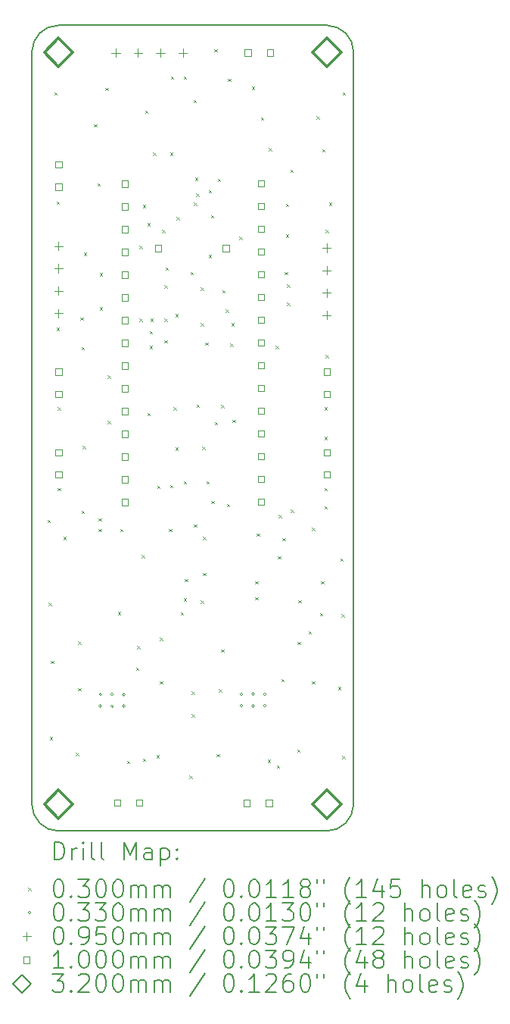
<source format=gbr>
%TF.GenerationSoftware,KiCad,Pcbnew,8.0.1*%
%TF.CreationDate,2024-06-19T16:46:32+02:00*%
%TF.ProjectId,MotorShield,4d6f746f-7253-4686-9965-6c642e6b6963,V_1*%
%TF.SameCoordinates,Original*%
%TF.FileFunction,Drillmap*%
%TF.FilePolarity,Positive*%
%FSLAX45Y45*%
G04 Gerber Fmt 4.5, Leading zero omitted, Abs format (unit mm)*
G04 Created by KiCad (PCBNEW 8.0.1) date 2024-06-19 16:46:32*
%MOMM*%
%LPD*%
G01*
G04 APERTURE LIST*
%ADD10C,0.200000*%
%ADD11C,0.100000*%
%ADD12C,0.320000*%
G04 APERTURE END LIST*
D10*
X10960000Y-5530000D02*
X10960000Y-13930000D01*
X10960000Y-5530000D02*
G75*
G02*
X11260000Y-5230000I300000J0D01*
G01*
X14560000Y-13930000D02*
G75*
G02*
X14260000Y-14230000I-300000J0D01*
G01*
X11260000Y-14230000D02*
G75*
G02*
X10960000Y-13930000I0J300000D01*
G01*
X14260000Y-5230000D02*
G75*
G02*
X14560000Y-5530000I0J-300000D01*
G01*
X11260000Y-14230000D02*
X14260000Y-14230000D01*
X14560000Y-13930000D02*
X14560000Y-5530000D01*
X14260000Y-5230000D02*
X11260000Y-5230000D01*
D11*
X11135600Y-10754600D02*
X11165600Y-10784600D01*
X11165600Y-10754600D02*
X11135600Y-10784600D01*
X11148300Y-11681700D02*
X11178300Y-11711700D01*
X11178300Y-11681700D02*
X11148300Y-11711700D01*
X11161000Y-13180300D02*
X11191000Y-13210300D01*
X11191000Y-13180300D02*
X11161000Y-13210300D01*
X11173700Y-12329400D02*
X11203700Y-12359400D01*
X11203700Y-12329400D02*
X11173700Y-12359400D01*
X11211800Y-5979400D02*
X11241800Y-6009400D01*
X11241800Y-5979400D02*
X11211800Y-6009400D01*
X11237200Y-7198600D02*
X11267200Y-7228600D01*
X11267200Y-7198600D02*
X11237200Y-7228600D01*
X11237200Y-8608300D02*
X11267200Y-8638300D01*
X11267200Y-8608300D02*
X11237200Y-8638300D01*
X11249900Y-9497300D02*
X11279900Y-9527300D01*
X11279900Y-9497300D02*
X11249900Y-9527300D01*
X11249900Y-10399000D02*
X11279900Y-10429000D01*
X11279900Y-10399000D02*
X11249900Y-10429000D01*
X11313400Y-10945100D02*
X11343400Y-10975100D01*
X11343400Y-10945100D02*
X11313400Y-10975100D01*
X11453100Y-13358100D02*
X11483100Y-13388100D01*
X11483100Y-13358100D02*
X11453100Y-13388100D01*
X11478500Y-12113500D02*
X11508500Y-12143500D01*
X11508500Y-12113500D02*
X11478500Y-12143500D01*
X11478500Y-12634200D02*
X11508500Y-12664200D01*
X11508500Y-12634200D02*
X11478500Y-12664200D01*
X11503900Y-8494000D02*
X11533900Y-8524000D01*
X11533900Y-8494000D02*
X11503900Y-8524000D01*
X11516600Y-8824200D02*
X11546600Y-8854200D01*
X11546600Y-8824200D02*
X11516600Y-8854200D01*
X11516600Y-10653000D02*
X11546600Y-10683000D01*
X11546600Y-10653000D02*
X11516600Y-10683000D01*
X11529300Y-9929100D02*
X11559300Y-9959100D01*
X11559300Y-9929100D02*
X11529300Y-9959100D01*
X11542000Y-7770100D02*
X11572000Y-7800100D01*
X11572000Y-7770100D02*
X11542000Y-7800100D01*
X11656300Y-6335000D02*
X11686300Y-6365000D01*
X11686300Y-6335000D02*
X11656300Y-6365000D01*
X11694400Y-6995400D02*
X11724400Y-7025400D01*
X11724400Y-6995400D02*
X11694400Y-7025400D01*
X11705000Y-10735000D02*
X11735000Y-10765000D01*
X11735000Y-10735000D02*
X11705000Y-10765000D01*
X11707100Y-10856200D02*
X11737100Y-10886200D01*
X11737100Y-10856200D02*
X11707100Y-10886200D01*
X11719800Y-7998700D02*
X11749800Y-8028700D01*
X11749800Y-7998700D02*
X11719800Y-8028700D01*
X11719800Y-8379700D02*
X11749800Y-8409700D01*
X11749800Y-8379700D02*
X11719800Y-8409700D01*
X11783300Y-5928600D02*
X11813300Y-5958600D01*
X11813300Y-5928600D02*
X11783300Y-5958600D01*
X11808700Y-9141700D02*
X11838700Y-9171700D01*
X11838700Y-9141700D02*
X11808700Y-9171700D01*
X11808700Y-9649700D02*
X11838700Y-9679700D01*
X11838700Y-9649700D02*
X11808700Y-9679700D01*
X11923000Y-11783300D02*
X11953000Y-11813300D01*
X11953000Y-11783300D02*
X11923000Y-11813300D01*
X11948400Y-10856200D02*
X11978400Y-10886200D01*
X11978400Y-10856200D02*
X11948400Y-10886200D01*
X12024600Y-13447000D02*
X12054600Y-13477000D01*
X12054600Y-13447000D02*
X12024600Y-13477000D01*
X12126200Y-12405600D02*
X12156200Y-12435600D01*
X12156200Y-12405600D02*
X12126200Y-12435600D01*
X12138900Y-12164300D02*
X12168900Y-12194300D01*
X12168900Y-12164300D02*
X12138900Y-12194300D01*
X12164300Y-7693900D02*
X12194300Y-7723900D01*
X12194300Y-7693900D02*
X12164300Y-7723900D01*
X12164300Y-8506700D02*
X12194300Y-8536700D01*
X12194300Y-8506700D02*
X12164300Y-8536700D01*
X12189700Y-11148300D02*
X12219700Y-11178300D01*
X12219700Y-11148300D02*
X12189700Y-11178300D01*
X12202400Y-7236700D02*
X12232400Y-7266700D01*
X12232400Y-7236700D02*
X12202400Y-7266700D01*
X12202400Y-13421600D02*
X12232400Y-13451600D01*
X12232400Y-13421600D02*
X12202400Y-13451600D01*
X12227800Y-6182600D02*
X12257800Y-6212600D01*
X12257800Y-6182600D02*
X12227800Y-6212600D01*
X12253200Y-7439900D02*
X12283200Y-7469900D01*
X12283200Y-7439900D02*
X12253200Y-7469900D01*
X12253200Y-9560800D02*
X12283200Y-9590800D01*
X12283200Y-9560800D02*
X12253200Y-9590800D01*
X12278600Y-8646400D02*
X12308600Y-8676400D01*
X12308600Y-8646400D02*
X12278600Y-8676400D01*
X12278600Y-8811500D02*
X12308600Y-8841500D01*
X12308600Y-8811500D02*
X12278600Y-8841500D01*
X12285000Y-8505000D02*
X12315000Y-8535000D01*
X12315000Y-8505000D02*
X12285000Y-8535000D01*
X12316700Y-6652500D02*
X12346700Y-6682500D01*
X12346700Y-6652500D02*
X12316700Y-6682500D01*
X12354800Y-13383500D02*
X12384800Y-13413500D01*
X12384800Y-13383500D02*
X12354800Y-13413500D01*
X12364375Y-10374375D02*
X12394375Y-10404375D01*
X12394375Y-10374375D02*
X12364375Y-10404375D01*
X12391000Y-12071000D02*
X12421000Y-12101000D01*
X12421000Y-12071000D02*
X12391000Y-12101000D01*
X12392900Y-12558000D02*
X12422900Y-12588000D01*
X12422900Y-12558000D02*
X12392900Y-12588000D01*
X12418300Y-7516100D02*
X12448300Y-7546100D01*
X12448300Y-7516100D02*
X12418300Y-7546100D01*
X12445000Y-8135000D02*
X12475000Y-8165000D01*
X12475000Y-8135000D02*
X12445000Y-8165000D01*
X12445000Y-8505000D02*
X12475000Y-8535000D01*
X12475000Y-8505000D02*
X12445000Y-8535000D01*
X12445000Y-8745000D02*
X12475000Y-8775000D01*
X12475000Y-8745000D02*
X12445000Y-8775000D01*
X12456400Y-7935200D02*
X12486400Y-7965200D01*
X12486400Y-7935200D02*
X12456400Y-7965200D01*
X12494500Y-10856200D02*
X12524500Y-10886200D01*
X12524500Y-10856200D02*
X12494500Y-10886200D01*
X12505000Y-10365000D02*
X12535000Y-10395000D01*
X12535000Y-10365000D02*
X12505000Y-10395000D01*
X12507200Y-6652500D02*
X12537200Y-6682500D01*
X12537200Y-6652500D02*
X12507200Y-6682500D01*
X12515000Y-5801600D02*
X12545000Y-5831600D01*
X12545000Y-5801600D02*
X12515000Y-5831600D01*
X12545000Y-9495000D02*
X12575000Y-9525000D01*
X12575000Y-9495000D02*
X12545000Y-9525000D01*
X12565000Y-8455000D02*
X12595000Y-8485000D01*
X12595000Y-8455000D02*
X12565000Y-8485000D01*
X12565000Y-9945000D02*
X12595000Y-9975000D01*
X12595000Y-9945000D02*
X12565000Y-9975000D01*
X12580225Y-7373225D02*
X12610225Y-7403225D01*
X12610225Y-7373225D02*
X12580225Y-7403225D01*
X12625000Y-11785000D02*
X12655000Y-11815000D01*
X12655000Y-11785000D02*
X12625000Y-11815000D01*
X12659600Y-5801600D02*
X12689600Y-5831600D01*
X12689600Y-5801600D02*
X12659600Y-5831600D01*
X12659600Y-10322800D02*
X12689600Y-10352800D01*
X12689600Y-10322800D02*
X12659600Y-10352800D01*
X12659600Y-11630900D02*
X12689600Y-11660900D01*
X12689600Y-11630900D02*
X12659600Y-11660900D01*
X12672300Y-11415000D02*
X12702300Y-11445000D01*
X12702300Y-11415000D02*
X12672300Y-11445000D01*
X12723100Y-13612100D02*
X12753100Y-13642100D01*
X12753100Y-13612100D02*
X12723100Y-13642100D01*
X12735800Y-7986000D02*
X12765800Y-8016000D01*
X12765800Y-7986000D02*
X12735800Y-8016000D01*
X12748500Y-12672300D02*
X12778500Y-12702300D01*
X12778500Y-12672300D02*
X12748500Y-12702300D01*
X12748500Y-12926300D02*
X12778500Y-12956300D01*
X12778500Y-12926300D02*
X12748500Y-12956300D01*
X12770200Y-6064600D02*
X12800200Y-6094600D01*
X12800200Y-6064600D02*
X12770200Y-6094600D01*
X12773900Y-7211300D02*
X12803900Y-7241300D01*
X12803900Y-7211300D02*
X12773900Y-7241300D01*
X12775000Y-10805400D02*
X12805000Y-10835400D01*
X12805000Y-10805400D02*
X12775000Y-10835400D01*
X12786600Y-6931900D02*
X12816600Y-6961900D01*
X12816600Y-6931900D02*
X12786600Y-6961900D01*
X12799300Y-7109700D02*
X12829300Y-7139700D01*
X12829300Y-7109700D02*
X12799300Y-7139700D01*
X12805000Y-9465000D02*
X12835000Y-9495000D01*
X12835000Y-9465000D02*
X12805000Y-9495000D01*
X12849250Y-8555000D02*
X12879250Y-8585000D01*
X12879250Y-8555000D02*
X12849250Y-8585000D01*
X12850100Y-8159900D02*
X12880100Y-8189900D01*
X12880100Y-8159900D02*
X12850100Y-8189900D01*
X12850100Y-11656300D02*
X12880100Y-11686300D01*
X12880100Y-11656300D02*
X12850100Y-11686300D01*
X12865000Y-9935000D02*
X12895000Y-9965000D01*
X12895000Y-9935000D02*
X12865000Y-9965000D01*
X12875000Y-11345000D02*
X12905000Y-11375000D01*
X12905000Y-11345000D02*
X12875000Y-11375000D01*
X12875500Y-10945100D02*
X12905500Y-10975100D01*
X12905500Y-10945100D02*
X12875500Y-10975100D01*
X12900900Y-8773400D02*
X12930900Y-8803400D01*
X12930900Y-8773400D02*
X12900900Y-8803400D01*
X12913600Y-10322800D02*
X12943600Y-10352800D01*
X12943600Y-10322800D02*
X12913600Y-10352800D01*
X12939000Y-7071600D02*
X12969000Y-7101600D01*
X12969000Y-7071600D02*
X12939000Y-7101600D01*
X12939000Y-7795500D02*
X12969000Y-7825500D01*
X12969000Y-7795500D02*
X12939000Y-7825500D01*
X12964400Y-7351000D02*
X12994400Y-7381000D01*
X12994400Y-7351000D02*
X12964400Y-7381000D01*
X12970000Y-10540000D02*
X13000000Y-10570000D01*
X13000000Y-10540000D02*
X12970000Y-10570000D01*
X13002500Y-5496800D02*
X13032500Y-5526800D01*
X13032500Y-5496800D02*
X13002500Y-5526800D01*
X13005000Y-9660000D02*
X13035000Y-9690000D01*
X13035000Y-9660000D02*
X13005000Y-9690000D01*
X13027900Y-13370800D02*
X13057900Y-13400800D01*
X13057900Y-13370800D02*
X13027900Y-13400800D01*
X13040600Y-6944600D02*
X13070600Y-6974600D01*
X13070600Y-6944600D02*
X13040600Y-6974600D01*
X13053300Y-12646900D02*
X13083300Y-12676900D01*
X13083300Y-12646900D02*
X13053300Y-12676900D01*
X13078700Y-9471900D02*
X13108700Y-9501900D01*
X13108700Y-9471900D02*
X13078700Y-9501900D01*
X13078700Y-12202400D02*
X13108700Y-12232400D01*
X13108700Y-12202400D02*
X13078700Y-12232400D01*
X13091400Y-8189200D02*
X13121400Y-8219200D01*
X13121400Y-8189200D02*
X13091400Y-8219200D01*
X13129500Y-8405100D02*
X13159500Y-8435100D01*
X13159500Y-8405100D02*
X13129500Y-8435100D01*
X13142200Y-10576800D02*
X13172200Y-10606800D01*
X13172200Y-10576800D02*
X13142200Y-10606800D01*
X13154900Y-5827000D02*
X13184900Y-5857000D01*
X13184900Y-5827000D02*
X13154900Y-5857000D01*
X13180300Y-8786100D02*
X13210300Y-8816100D01*
X13210300Y-8786100D02*
X13180300Y-8816100D01*
X13193000Y-8555000D02*
X13223000Y-8585000D01*
X13223000Y-8555000D02*
X13193000Y-8585000D01*
X13205700Y-9637000D02*
X13235700Y-9667000D01*
X13235700Y-9637000D02*
X13205700Y-9667000D01*
X13281900Y-7592300D02*
X13311900Y-7622300D01*
X13311900Y-7592300D02*
X13281900Y-7622300D01*
X13421600Y-5915900D02*
X13451600Y-5945900D01*
X13451600Y-5915900D02*
X13421600Y-5945900D01*
X13459700Y-11440400D02*
X13489700Y-11470400D01*
X13489700Y-11440400D02*
X13459700Y-11470400D01*
X13459700Y-11618200D02*
X13489700Y-11648200D01*
X13489700Y-11618200D02*
X13459700Y-11648200D01*
X13475000Y-10905000D02*
X13505000Y-10935000D01*
X13505000Y-10905000D02*
X13475000Y-10935000D01*
X13523200Y-6258800D02*
X13553200Y-6288800D01*
X13553200Y-6258800D02*
X13523200Y-6288800D01*
X13599400Y-13434300D02*
X13629400Y-13464300D01*
X13629400Y-13434300D02*
X13599400Y-13464300D01*
X13612100Y-6601700D02*
X13642100Y-6631700D01*
X13642100Y-6601700D02*
X13612100Y-6631700D01*
X13688300Y-8811500D02*
X13718300Y-8841500D01*
X13718300Y-8811500D02*
X13688300Y-8841500D01*
X13701000Y-13497800D02*
X13731000Y-13527800D01*
X13731000Y-13497800D02*
X13701000Y-13527800D01*
X13713700Y-11161000D02*
X13743700Y-11191000D01*
X13743700Y-11161000D02*
X13713700Y-11191000D01*
X13720000Y-10700000D02*
X13750000Y-10730000D01*
X13750000Y-10700000D02*
X13720000Y-10730000D01*
X13751800Y-12532600D02*
X13781800Y-12562600D01*
X13781800Y-12532600D02*
X13751800Y-12562600D01*
X13764500Y-10957800D02*
X13794500Y-10987800D01*
X13794500Y-10957800D02*
X13764500Y-10987800D01*
X13789900Y-7986000D02*
X13819900Y-8016000D01*
X13819900Y-7986000D02*
X13789900Y-8016000D01*
X13802600Y-7224000D02*
X13832600Y-7254000D01*
X13832600Y-7224000D02*
X13802600Y-7254000D01*
X13802600Y-7566900D02*
X13832600Y-7596900D01*
X13832600Y-7566900D02*
X13802600Y-7596900D01*
X13815300Y-8125700D02*
X13845300Y-8155700D01*
X13845300Y-8125700D02*
X13815300Y-8155700D01*
X13815300Y-8328900D02*
X13845300Y-8358900D01*
X13845300Y-8328900D02*
X13815300Y-8358900D01*
X13853400Y-6843000D02*
X13883400Y-6873000D01*
X13883400Y-6843000D02*
X13853400Y-6873000D01*
X13855000Y-10640300D02*
X13885000Y-10670300D01*
X13885000Y-10640300D02*
X13855000Y-10670300D01*
X13929600Y-13320000D02*
X13959600Y-13350000D01*
X13959600Y-13320000D02*
X13929600Y-13350000D01*
X13935000Y-12115000D02*
X13965000Y-12145000D01*
X13965000Y-12115000D02*
X13935000Y-12145000D01*
X13940000Y-11650000D02*
X13970000Y-11680000D01*
X13970000Y-11650000D02*
X13940000Y-11680000D01*
X14056600Y-11999200D02*
X14086600Y-12029200D01*
X14086600Y-11999200D02*
X14056600Y-12029200D01*
X14094700Y-10843500D02*
X14124700Y-10873500D01*
X14124700Y-10843500D02*
X14094700Y-10873500D01*
X14094700Y-12558000D02*
X14124700Y-12588000D01*
X14124700Y-12558000D02*
X14094700Y-12588000D01*
X14145500Y-6246100D02*
X14175500Y-6276100D01*
X14175500Y-6246100D02*
X14145500Y-6276100D01*
X14183600Y-11796000D02*
X14213600Y-11826000D01*
X14213600Y-11796000D02*
X14183600Y-11826000D01*
X14196300Y-11440400D02*
X14226300Y-11470400D01*
X14226300Y-11440400D02*
X14196300Y-11470400D01*
X14209000Y-6614400D02*
X14239000Y-6644400D01*
X14239000Y-6614400D02*
X14209000Y-6644400D01*
X14234400Y-9497300D02*
X14264400Y-9527300D01*
X14264400Y-9497300D02*
X14234400Y-9527300D01*
X14234400Y-9827500D02*
X14264400Y-9857500D01*
X14264400Y-9827500D02*
X14234400Y-9857500D01*
X14234400Y-10399000D02*
X14264400Y-10429000D01*
X14264400Y-10399000D02*
X14234400Y-10429000D01*
X14234400Y-10602200D02*
X14264400Y-10632200D01*
X14264400Y-10602200D02*
X14234400Y-10632200D01*
X14247100Y-7516100D02*
X14277100Y-7546100D01*
X14277100Y-7516100D02*
X14247100Y-7546100D01*
X14247100Y-8913100D02*
X14277100Y-8943100D01*
X14277100Y-8913100D02*
X14247100Y-8943100D01*
X14285200Y-7211300D02*
X14315200Y-7241300D01*
X14315200Y-7211300D02*
X14285200Y-7241300D01*
X14386800Y-12621500D02*
X14416800Y-12651500D01*
X14416800Y-12621500D02*
X14386800Y-12651500D01*
X14412200Y-11186400D02*
X14442200Y-11216400D01*
X14442200Y-11186400D02*
X14412200Y-11216400D01*
X14424900Y-11808700D02*
X14454900Y-11838700D01*
X14454900Y-11808700D02*
X14424900Y-11838700D01*
X14434366Y-13389579D02*
X14464366Y-13419579D01*
X14464366Y-13389579D02*
X14434366Y-13419579D01*
X14437600Y-5979400D02*
X14467600Y-6009400D01*
X14467600Y-5979400D02*
X14437600Y-6009400D01*
X11744000Y-12705000D02*
G75*
G02*
X11711000Y-12705000I-16500J0D01*
G01*
X11711000Y-12705000D02*
G75*
G02*
X11744000Y-12705000I16500J0D01*
G01*
X11744000Y-12835000D02*
G75*
G02*
X11711000Y-12835000I-16500J0D01*
G01*
X11711000Y-12835000D02*
G75*
G02*
X11744000Y-12835000I16500J0D01*
G01*
X11874000Y-12705000D02*
G75*
G02*
X11841000Y-12705000I-16500J0D01*
G01*
X11841000Y-12705000D02*
G75*
G02*
X11874000Y-12705000I16500J0D01*
G01*
X11874000Y-12835000D02*
G75*
G02*
X11841000Y-12835000I-16500J0D01*
G01*
X11841000Y-12835000D02*
G75*
G02*
X11874000Y-12835000I16500J0D01*
G01*
X12004000Y-12705000D02*
G75*
G02*
X11971000Y-12705000I-16500J0D01*
G01*
X11971000Y-12705000D02*
G75*
G02*
X12004000Y-12705000I16500J0D01*
G01*
X12004000Y-12835000D02*
G75*
G02*
X11971000Y-12835000I-16500J0D01*
G01*
X11971000Y-12835000D02*
G75*
G02*
X12004000Y-12835000I16500J0D01*
G01*
X13322500Y-12701500D02*
G75*
G02*
X13289500Y-12701500I-16500J0D01*
G01*
X13289500Y-12701500D02*
G75*
G02*
X13322500Y-12701500I16500J0D01*
G01*
X13322500Y-12831500D02*
G75*
G02*
X13289500Y-12831500I-16500J0D01*
G01*
X13289500Y-12831500D02*
G75*
G02*
X13322500Y-12831500I16500J0D01*
G01*
X13452500Y-12701500D02*
G75*
G02*
X13419500Y-12701500I-16500J0D01*
G01*
X13419500Y-12701500D02*
G75*
G02*
X13452500Y-12701500I16500J0D01*
G01*
X13452500Y-12831500D02*
G75*
G02*
X13419500Y-12831500I-16500J0D01*
G01*
X13419500Y-12831500D02*
G75*
G02*
X13452500Y-12831500I16500J0D01*
G01*
X13582500Y-12701500D02*
G75*
G02*
X13549500Y-12701500I-16500J0D01*
G01*
X13549500Y-12701500D02*
G75*
G02*
X13582500Y-12701500I16500J0D01*
G01*
X13582500Y-12831500D02*
G75*
G02*
X13549500Y-12831500I-16500J0D01*
G01*
X13549500Y-12831500D02*
G75*
G02*
X13582500Y-12831500I16500J0D01*
G01*
X11260000Y-7648000D02*
X11260000Y-7743000D01*
X11212500Y-7695500D02*
X11307500Y-7695500D01*
X11260000Y-7898000D02*
X11260000Y-7993000D01*
X11212500Y-7945500D02*
X11307500Y-7945500D01*
X11260000Y-8148000D02*
X11260000Y-8243000D01*
X11212500Y-8195500D02*
X11307500Y-8195500D01*
X11260000Y-8398000D02*
X11260000Y-8493000D01*
X11212500Y-8445500D02*
X11307500Y-8445500D01*
X11899200Y-5489700D02*
X11899200Y-5584700D01*
X11851700Y-5537200D02*
X11946700Y-5537200D01*
X12149200Y-5489700D02*
X12149200Y-5584700D01*
X12101700Y-5537200D02*
X12196700Y-5537200D01*
X12399200Y-5489700D02*
X12399200Y-5584700D01*
X12351700Y-5537200D02*
X12446700Y-5537200D01*
X12649200Y-5489700D02*
X12649200Y-5584700D01*
X12601700Y-5537200D02*
X12696700Y-5537200D01*
X14260000Y-7669400D02*
X14260000Y-7764400D01*
X14212500Y-7716900D02*
X14307500Y-7716900D01*
X14260000Y-7919400D02*
X14260000Y-8014400D01*
X14212500Y-7966900D02*
X14307500Y-7966900D01*
X14260000Y-8169400D02*
X14260000Y-8264400D01*
X14212500Y-8216900D02*
X14307500Y-8216900D01*
X14260000Y-8419400D02*
X14260000Y-8514400D01*
X14212500Y-8466900D02*
X14307500Y-8466900D01*
X11295356Y-6821156D02*
X11295356Y-6750444D01*
X11224644Y-6750444D01*
X11224644Y-6821156D01*
X11295356Y-6821156D01*
X11295356Y-7071156D02*
X11295356Y-7000444D01*
X11224644Y-7000444D01*
X11224644Y-7071156D01*
X11295356Y-7071156D01*
X11295356Y-9135356D02*
X11295356Y-9064644D01*
X11224644Y-9064644D01*
X11224644Y-9135356D01*
X11295356Y-9135356D01*
X11295356Y-9385356D02*
X11295356Y-9314644D01*
X11224644Y-9314644D01*
X11224644Y-9385356D01*
X11295356Y-9385356D01*
X11295356Y-10035356D02*
X11295356Y-9964644D01*
X11224644Y-9964644D01*
X11224644Y-10035356D01*
X11295356Y-10035356D01*
X11295356Y-10285356D02*
X11295356Y-10214644D01*
X11224644Y-10214644D01*
X11224644Y-10285356D01*
X11295356Y-10285356D01*
X11949956Y-13949956D02*
X11949956Y-13879244D01*
X11879244Y-13879244D01*
X11879244Y-13949956D01*
X11949956Y-13949956D01*
X12035356Y-7035356D02*
X12035356Y-6964644D01*
X11964644Y-6964644D01*
X11964644Y-7035356D01*
X12035356Y-7035356D01*
X12035356Y-7289356D02*
X12035356Y-7218644D01*
X11964644Y-7218644D01*
X11964644Y-7289356D01*
X12035356Y-7289356D01*
X12035356Y-7543356D02*
X12035356Y-7472644D01*
X11964644Y-7472644D01*
X11964644Y-7543356D01*
X12035356Y-7543356D01*
X12035356Y-7797356D02*
X12035356Y-7726644D01*
X11964644Y-7726644D01*
X11964644Y-7797356D01*
X12035356Y-7797356D01*
X12035356Y-8051356D02*
X12035356Y-7980644D01*
X11964644Y-7980644D01*
X11964644Y-8051356D01*
X12035356Y-8051356D01*
X12035356Y-8305356D02*
X12035356Y-8234644D01*
X11964644Y-8234644D01*
X11964644Y-8305356D01*
X12035356Y-8305356D01*
X12035356Y-8559356D02*
X12035356Y-8488644D01*
X11964644Y-8488644D01*
X11964644Y-8559356D01*
X12035356Y-8559356D01*
X12035356Y-8813356D02*
X12035356Y-8742644D01*
X11964644Y-8742644D01*
X11964644Y-8813356D01*
X12035356Y-8813356D01*
X12035356Y-9067356D02*
X12035356Y-8996644D01*
X11964644Y-8996644D01*
X11964644Y-9067356D01*
X12035356Y-9067356D01*
X12035356Y-9321356D02*
X12035356Y-9250644D01*
X11964644Y-9250644D01*
X11964644Y-9321356D01*
X12035356Y-9321356D01*
X12035356Y-9575356D02*
X12035356Y-9504644D01*
X11964644Y-9504644D01*
X11964644Y-9575356D01*
X12035356Y-9575356D01*
X12035356Y-9829356D02*
X12035356Y-9758644D01*
X11964644Y-9758644D01*
X11964644Y-9829356D01*
X12035356Y-9829356D01*
X12035356Y-10083356D02*
X12035356Y-10012644D01*
X11964644Y-10012644D01*
X11964644Y-10083356D01*
X12035356Y-10083356D01*
X12035356Y-10337356D02*
X12035356Y-10266644D01*
X11964644Y-10266644D01*
X11964644Y-10337356D01*
X12035356Y-10337356D01*
X12035356Y-10591356D02*
X12035356Y-10520644D01*
X11964644Y-10520644D01*
X11964644Y-10591356D01*
X12035356Y-10591356D01*
X12199956Y-13949956D02*
X12199956Y-13879244D01*
X12129244Y-13879244D01*
X12129244Y-13949956D01*
X12199956Y-13949956D01*
X12407156Y-7756956D02*
X12407156Y-7686244D01*
X12336444Y-7686244D01*
X12336444Y-7756956D01*
X12407156Y-7756956D01*
X13167156Y-7756956D02*
X13167156Y-7686244D01*
X13096444Y-7686244D01*
X13096444Y-7756956D01*
X13167156Y-7756956D01*
X13399756Y-13954556D02*
X13399756Y-13883844D01*
X13329044Y-13883844D01*
X13329044Y-13954556D01*
X13399756Y-13954556D01*
X13412456Y-5572556D02*
X13412456Y-5501844D01*
X13341744Y-5501844D01*
X13341744Y-5572556D01*
X13412456Y-5572556D01*
X13559356Y-7029356D02*
X13559356Y-6958644D01*
X13488644Y-6958644D01*
X13488644Y-7029356D01*
X13559356Y-7029356D01*
X13559356Y-7283356D02*
X13559356Y-7212644D01*
X13488644Y-7212644D01*
X13488644Y-7283356D01*
X13559356Y-7283356D01*
X13559356Y-7537356D02*
X13559356Y-7466644D01*
X13488644Y-7466644D01*
X13488644Y-7537356D01*
X13559356Y-7537356D01*
X13559356Y-7791356D02*
X13559356Y-7720644D01*
X13488644Y-7720644D01*
X13488644Y-7791356D01*
X13559356Y-7791356D01*
X13559356Y-8045356D02*
X13559356Y-7974644D01*
X13488644Y-7974644D01*
X13488644Y-8045356D01*
X13559356Y-8045356D01*
X13559356Y-8299356D02*
X13559356Y-8228644D01*
X13488644Y-8228644D01*
X13488644Y-8299356D01*
X13559356Y-8299356D01*
X13559356Y-8553356D02*
X13559356Y-8482644D01*
X13488644Y-8482644D01*
X13488644Y-8553356D01*
X13559356Y-8553356D01*
X13559356Y-8807356D02*
X13559356Y-8736644D01*
X13488644Y-8736644D01*
X13488644Y-8807356D01*
X13559356Y-8807356D01*
X13559356Y-9061356D02*
X13559356Y-8990644D01*
X13488644Y-8990644D01*
X13488644Y-9061356D01*
X13559356Y-9061356D01*
X13559356Y-9315356D02*
X13559356Y-9244644D01*
X13488644Y-9244644D01*
X13488644Y-9315356D01*
X13559356Y-9315356D01*
X13559356Y-9569356D02*
X13559356Y-9498644D01*
X13488644Y-9498644D01*
X13488644Y-9569356D01*
X13559356Y-9569356D01*
X13559356Y-9823356D02*
X13559356Y-9752644D01*
X13488644Y-9752644D01*
X13488644Y-9823356D01*
X13559356Y-9823356D01*
X13559356Y-10077356D02*
X13559356Y-10006644D01*
X13488644Y-10006644D01*
X13488644Y-10077356D01*
X13559356Y-10077356D01*
X13559356Y-10331356D02*
X13559356Y-10260644D01*
X13488644Y-10260644D01*
X13488644Y-10331356D01*
X13559356Y-10331356D01*
X13559356Y-10585356D02*
X13559356Y-10514644D01*
X13488644Y-10514644D01*
X13488644Y-10585356D01*
X13559356Y-10585356D01*
X13649756Y-13954556D02*
X13649756Y-13883844D01*
X13579044Y-13883844D01*
X13579044Y-13954556D01*
X13649756Y-13954556D01*
X13662456Y-5572556D02*
X13662456Y-5501844D01*
X13591744Y-5501844D01*
X13591744Y-5572556D01*
X13662456Y-5572556D01*
X14295356Y-9135356D02*
X14295356Y-9064644D01*
X14224644Y-9064644D01*
X14224644Y-9135356D01*
X14295356Y-9135356D01*
X14295356Y-9385356D02*
X14295356Y-9314644D01*
X14224644Y-9314644D01*
X14224644Y-9385356D01*
X14295356Y-9385356D01*
X14295356Y-10035356D02*
X14295356Y-9964644D01*
X14224644Y-9964644D01*
X14224644Y-10035356D01*
X14295356Y-10035356D01*
X14295356Y-10285356D02*
X14295356Y-10214644D01*
X14224644Y-10214644D01*
X14224644Y-10285356D01*
X14295356Y-10285356D01*
D12*
X11260000Y-5690000D02*
X11420000Y-5530000D01*
X11260000Y-5370000D01*
X11100000Y-5530000D01*
X11260000Y-5690000D01*
X11260000Y-14090000D02*
X11420000Y-13930000D01*
X11260000Y-13770000D01*
X11100000Y-13930000D01*
X11260000Y-14090000D01*
X14260000Y-5690000D02*
X14420000Y-5530000D01*
X14260000Y-5370000D01*
X14100000Y-5530000D01*
X14260000Y-5690000D01*
X14260000Y-14090000D02*
X14420000Y-13930000D01*
X14260000Y-13770000D01*
X14100000Y-13930000D01*
X14260000Y-14090000D01*
D10*
X11210777Y-14551484D02*
X11210777Y-14351484D01*
X11210777Y-14351484D02*
X11258396Y-14351484D01*
X11258396Y-14351484D02*
X11286967Y-14361008D01*
X11286967Y-14361008D02*
X11306015Y-14380055D01*
X11306015Y-14380055D02*
X11315539Y-14399103D01*
X11315539Y-14399103D02*
X11325062Y-14437198D01*
X11325062Y-14437198D02*
X11325062Y-14465769D01*
X11325062Y-14465769D02*
X11315539Y-14503865D01*
X11315539Y-14503865D02*
X11306015Y-14522912D01*
X11306015Y-14522912D02*
X11286967Y-14541960D01*
X11286967Y-14541960D02*
X11258396Y-14551484D01*
X11258396Y-14551484D02*
X11210777Y-14551484D01*
X11410777Y-14551484D02*
X11410777Y-14418150D01*
X11410777Y-14456246D02*
X11420301Y-14437198D01*
X11420301Y-14437198D02*
X11429824Y-14427674D01*
X11429824Y-14427674D02*
X11448872Y-14418150D01*
X11448872Y-14418150D02*
X11467920Y-14418150D01*
X11534586Y-14551484D02*
X11534586Y-14418150D01*
X11534586Y-14351484D02*
X11525062Y-14361008D01*
X11525062Y-14361008D02*
X11534586Y-14370531D01*
X11534586Y-14370531D02*
X11544110Y-14361008D01*
X11544110Y-14361008D02*
X11534586Y-14351484D01*
X11534586Y-14351484D02*
X11534586Y-14370531D01*
X11658396Y-14551484D02*
X11639348Y-14541960D01*
X11639348Y-14541960D02*
X11629824Y-14522912D01*
X11629824Y-14522912D02*
X11629824Y-14351484D01*
X11763158Y-14551484D02*
X11744110Y-14541960D01*
X11744110Y-14541960D02*
X11734586Y-14522912D01*
X11734586Y-14522912D02*
X11734586Y-14351484D01*
X11991729Y-14551484D02*
X11991729Y-14351484D01*
X11991729Y-14351484D02*
X12058396Y-14494341D01*
X12058396Y-14494341D02*
X12125062Y-14351484D01*
X12125062Y-14351484D02*
X12125062Y-14551484D01*
X12306015Y-14551484D02*
X12306015Y-14446722D01*
X12306015Y-14446722D02*
X12296491Y-14427674D01*
X12296491Y-14427674D02*
X12277443Y-14418150D01*
X12277443Y-14418150D02*
X12239348Y-14418150D01*
X12239348Y-14418150D02*
X12220301Y-14427674D01*
X12306015Y-14541960D02*
X12286967Y-14551484D01*
X12286967Y-14551484D02*
X12239348Y-14551484D01*
X12239348Y-14551484D02*
X12220301Y-14541960D01*
X12220301Y-14541960D02*
X12210777Y-14522912D01*
X12210777Y-14522912D02*
X12210777Y-14503865D01*
X12210777Y-14503865D02*
X12220301Y-14484817D01*
X12220301Y-14484817D02*
X12239348Y-14475293D01*
X12239348Y-14475293D02*
X12286967Y-14475293D01*
X12286967Y-14475293D02*
X12306015Y-14465769D01*
X12401253Y-14418150D02*
X12401253Y-14618150D01*
X12401253Y-14427674D02*
X12420301Y-14418150D01*
X12420301Y-14418150D02*
X12458396Y-14418150D01*
X12458396Y-14418150D02*
X12477443Y-14427674D01*
X12477443Y-14427674D02*
X12486967Y-14437198D01*
X12486967Y-14437198D02*
X12496491Y-14456246D01*
X12496491Y-14456246D02*
X12496491Y-14513388D01*
X12496491Y-14513388D02*
X12486967Y-14532436D01*
X12486967Y-14532436D02*
X12477443Y-14541960D01*
X12477443Y-14541960D02*
X12458396Y-14551484D01*
X12458396Y-14551484D02*
X12420301Y-14551484D01*
X12420301Y-14551484D02*
X12401253Y-14541960D01*
X12582205Y-14532436D02*
X12591729Y-14541960D01*
X12591729Y-14541960D02*
X12582205Y-14551484D01*
X12582205Y-14551484D02*
X12572682Y-14541960D01*
X12572682Y-14541960D02*
X12582205Y-14532436D01*
X12582205Y-14532436D02*
X12582205Y-14551484D01*
X12582205Y-14427674D02*
X12591729Y-14437198D01*
X12591729Y-14437198D02*
X12582205Y-14446722D01*
X12582205Y-14446722D02*
X12572682Y-14437198D01*
X12572682Y-14437198D02*
X12582205Y-14427674D01*
X12582205Y-14427674D02*
X12582205Y-14446722D01*
D11*
X10920000Y-14865000D02*
X10950000Y-14895000D01*
X10950000Y-14865000D02*
X10920000Y-14895000D01*
D10*
X11248872Y-14771484D02*
X11267920Y-14771484D01*
X11267920Y-14771484D02*
X11286967Y-14781008D01*
X11286967Y-14781008D02*
X11296491Y-14790531D01*
X11296491Y-14790531D02*
X11306015Y-14809579D01*
X11306015Y-14809579D02*
X11315539Y-14847674D01*
X11315539Y-14847674D02*
X11315539Y-14895293D01*
X11315539Y-14895293D02*
X11306015Y-14933388D01*
X11306015Y-14933388D02*
X11296491Y-14952436D01*
X11296491Y-14952436D02*
X11286967Y-14961960D01*
X11286967Y-14961960D02*
X11267920Y-14971484D01*
X11267920Y-14971484D02*
X11248872Y-14971484D01*
X11248872Y-14971484D02*
X11229824Y-14961960D01*
X11229824Y-14961960D02*
X11220301Y-14952436D01*
X11220301Y-14952436D02*
X11210777Y-14933388D01*
X11210777Y-14933388D02*
X11201253Y-14895293D01*
X11201253Y-14895293D02*
X11201253Y-14847674D01*
X11201253Y-14847674D02*
X11210777Y-14809579D01*
X11210777Y-14809579D02*
X11220301Y-14790531D01*
X11220301Y-14790531D02*
X11229824Y-14781008D01*
X11229824Y-14781008D02*
X11248872Y-14771484D01*
X11401253Y-14952436D02*
X11410777Y-14961960D01*
X11410777Y-14961960D02*
X11401253Y-14971484D01*
X11401253Y-14971484D02*
X11391729Y-14961960D01*
X11391729Y-14961960D02*
X11401253Y-14952436D01*
X11401253Y-14952436D02*
X11401253Y-14971484D01*
X11477443Y-14771484D02*
X11601253Y-14771484D01*
X11601253Y-14771484D02*
X11534586Y-14847674D01*
X11534586Y-14847674D02*
X11563158Y-14847674D01*
X11563158Y-14847674D02*
X11582205Y-14857198D01*
X11582205Y-14857198D02*
X11591729Y-14866722D01*
X11591729Y-14866722D02*
X11601253Y-14885769D01*
X11601253Y-14885769D02*
X11601253Y-14933388D01*
X11601253Y-14933388D02*
X11591729Y-14952436D01*
X11591729Y-14952436D02*
X11582205Y-14961960D01*
X11582205Y-14961960D02*
X11563158Y-14971484D01*
X11563158Y-14971484D02*
X11506015Y-14971484D01*
X11506015Y-14971484D02*
X11486967Y-14961960D01*
X11486967Y-14961960D02*
X11477443Y-14952436D01*
X11725062Y-14771484D02*
X11744110Y-14771484D01*
X11744110Y-14771484D02*
X11763158Y-14781008D01*
X11763158Y-14781008D02*
X11772682Y-14790531D01*
X11772682Y-14790531D02*
X11782205Y-14809579D01*
X11782205Y-14809579D02*
X11791729Y-14847674D01*
X11791729Y-14847674D02*
X11791729Y-14895293D01*
X11791729Y-14895293D02*
X11782205Y-14933388D01*
X11782205Y-14933388D02*
X11772682Y-14952436D01*
X11772682Y-14952436D02*
X11763158Y-14961960D01*
X11763158Y-14961960D02*
X11744110Y-14971484D01*
X11744110Y-14971484D02*
X11725062Y-14971484D01*
X11725062Y-14971484D02*
X11706015Y-14961960D01*
X11706015Y-14961960D02*
X11696491Y-14952436D01*
X11696491Y-14952436D02*
X11686967Y-14933388D01*
X11686967Y-14933388D02*
X11677443Y-14895293D01*
X11677443Y-14895293D02*
X11677443Y-14847674D01*
X11677443Y-14847674D02*
X11686967Y-14809579D01*
X11686967Y-14809579D02*
X11696491Y-14790531D01*
X11696491Y-14790531D02*
X11706015Y-14781008D01*
X11706015Y-14781008D02*
X11725062Y-14771484D01*
X11915539Y-14771484D02*
X11934586Y-14771484D01*
X11934586Y-14771484D02*
X11953634Y-14781008D01*
X11953634Y-14781008D02*
X11963158Y-14790531D01*
X11963158Y-14790531D02*
X11972682Y-14809579D01*
X11972682Y-14809579D02*
X11982205Y-14847674D01*
X11982205Y-14847674D02*
X11982205Y-14895293D01*
X11982205Y-14895293D02*
X11972682Y-14933388D01*
X11972682Y-14933388D02*
X11963158Y-14952436D01*
X11963158Y-14952436D02*
X11953634Y-14961960D01*
X11953634Y-14961960D02*
X11934586Y-14971484D01*
X11934586Y-14971484D02*
X11915539Y-14971484D01*
X11915539Y-14971484D02*
X11896491Y-14961960D01*
X11896491Y-14961960D02*
X11886967Y-14952436D01*
X11886967Y-14952436D02*
X11877443Y-14933388D01*
X11877443Y-14933388D02*
X11867920Y-14895293D01*
X11867920Y-14895293D02*
X11867920Y-14847674D01*
X11867920Y-14847674D02*
X11877443Y-14809579D01*
X11877443Y-14809579D02*
X11886967Y-14790531D01*
X11886967Y-14790531D02*
X11896491Y-14781008D01*
X11896491Y-14781008D02*
X11915539Y-14771484D01*
X12067920Y-14971484D02*
X12067920Y-14838150D01*
X12067920Y-14857198D02*
X12077443Y-14847674D01*
X12077443Y-14847674D02*
X12096491Y-14838150D01*
X12096491Y-14838150D02*
X12125063Y-14838150D01*
X12125063Y-14838150D02*
X12144110Y-14847674D01*
X12144110Y-14847674D02*
X12153634Y-14866722D01*
X12153634Y-14866722D02*
X12153634Y-14971484D01*
X12153634Y-14866722D02*
X12163158Y-14847674D01*
X12163158Y-14847674D02*
X12182205Y-14838150D01*
X12182205Y-14838150D02*
X12210777Y-14838150D01*
X12210777Y-14838150D02*
X12229824Y-14847674D01*
X12229824Y-14847674D02*
X12239348Y-14866722D01*
X12239348Y-14866722D02*
X12239348Y-14971484D01*
X12334586Y-14971484D02*
X12334586Y-14838150D01*
X12334586Y-14857198D02*
X12344110Y-14847674D01*
X12344110Y-14847674D02*
X12363158Y-14838150D01*
X12363158Y-14838150D02*
X12391729Y-14838150D01*
X12391729Y-14838150D02*
X12410777Y-14847674D01*
X12410777Y-14847674D02*
X12420301Y-14866722D01*
X12420301Y-14866722D02*
X12420301Y-14971484D01*
X12420301Y-14866722D02*
X12429824Y-14847674D01*
X12429824Y-14847674D02*
X12448872Y-14838150D01*
X12448872Y-14838150D02*
X12477443Y-14838150D01*
X12477443Y-14838150D02*
X12496491Y-14847674D01*
X12496491Y-14847674D02*
X12506015Y-14866722D01*
X12506015Y-14866722D02*
X12506015Y-14971484D01*
X12896491Y-14761960D02*
X12725063Y-15019103D01*
X13153634Y-14771484D02*
X13172682Y-14771484D01*
X13172682Y-14771484D02*
X13191729Y-14781008D01*
X13191729Y-14781008D02*
X13201253Y-14790531D01*
X13201253Y-14790531D02*
X13210777Y-14809579D01*
X13210777Y-14809579D02*
X13220301Y-14847674D01*
X13220301Y-14847674D02*
X13220301Y-14895293D01*
X13220301Y-14895293D02*
X13210777Y-14933388D01*
X13210777Y-14933388D02*
X13201253Y-14952436D01*
X13201253Y-14952436D02*
X13191729Y-14961960D01*
X13191729Y-14961960D02*
X13172682Y-14971484D01*
X13172682Y-14971484D02*
X13153634Y-14971484D01*
X13153634Y-14971484D02*
X13134586Y-14961960D01*
X13134586Y-14961960D02*
X13125063Y-14952436D01*
X13125063Y-14952436D02*
X13115539Y-14933388D01*
X13115539Y-14933388D02*
X13106015Y-14895293D01*
X13106015Y-14895293D02*
X13106015Y-14847674D01*
X13106015Y-14847674D02*
X13115539Y-14809579D01*
X13115539Y-14809579D02*
X13125063Y-14790531D01*
X13125063Y-14790531D02*
X13134586Y-14781008D01*
X13134586Y-14781008D02*
X13153634Y-14771484D01*
X13306015Y-14952436D02*
X13315539Y-14961960D01*
X13315539Y-14961960D02*
X13306015Y-14971484D01*
X13306015Y-14971484D02*
X13296491Y-14961960D01*
X13296491Y-14961960D02*
X13306015Y-14952436D01*
X13306015Y-14952436D02*
X13306015Y-14971484D01*
X13439348Y-14771484D02*
X13458396Y-14771484D01*
X13458396Y-14771484D02*
X13477444Y-14781008D01*
X13477444Y-14781008D02*
X13486967Y-14790531D01*
X13486967Y-14790531D02*
X13496491Y-14809579D01*
X13496491Y-14809579D02*
X13506015Y-14847674D01*
X13506015Y-14847674D02*
X13506015Y-14895293D01*
X13506015Y-14895293D02*
X13496491Y-14933388D01*
X13496491Y-14933388D02*
X13486967Y-14952436D01*
X13486967Y-14952436D02*
X13477444Y-14961960D01*
X13477444Y-14961960D02*
X13458396Y-14971484D01*
X13458396Y-14971484D02*
X13439348Y-14971484D01*
X13439348Y-14971484D02*
X13420301Y-14961960D01*
X13420301Y-14961960D02*
X13410777Y-14952436D01*
X13410777Y-14952436D02*
X13401253Y-14933388D01*
X13401253Y-14933388D02*
X13391729Y-14895293D01*
X13391729Y-14895293D02*
X13391729Y-14847674D01*
X13391729Y-14847674D02*
X13401253Y-14809579D01*
X13401253Y-14809579D02*
X13410777Y-14790531D01*
X13410777Y-14790531D02*
X13420301Y-14781008D01*
X13420301Y-14781008D02*
X13439348Y-14771484D01*
X13696491Y-14971484D02*
X13582206Y-14971484D01*
X13639348Y-14971484D02*
X13639348Y-14771484D01*
X13639348Y-14771484D02*
X13620301Y-14800055D01*
X13620301Y-14800055D02*
X13601253Y-14819103D01*
X13601253Y-14819103D02*
X13582206Y-14828627D01*
X13886967Y-14971484D02*
X13772682Y-14971484D01*
X13829825Y-14971484D02*
X13829825Y-14771484D01*
X13829825Y-14771484D02*
X13810777Y-14800055D01*
X13810777Y-14800055D02*
X13791729Y-14819103D01*
X13791729Y-14819103D02*
X13772682Y-14828627D01*
X14001253Y-14857198D02*
X13982206Y-14847674D01*
X13982206Y-14847674D02*
X13972682Y-14838150D01*
X13972682Y-14838150D02*
X13963158Y-14819103D01*
X13963158Y-14819103D02*
X13963158Y-14809579D01*
X13963158Y-14809579D02*
X13972682Y-14790531D01*
X13972682Y-14790531D02*
X13982206Y-14781008D01*
X13982206Y-14781008D02*
X14001253Y-14771484D01*
X14001253Y-14771484D02*
X14039348Y-14771484D01*
X14039348Y-14771484D02*
X14058396Y-14781008D01*
X14058396Y-14781008D02*
X14067920Y-14790531D01*
X14067920Y-14790531D02*
X14077444Y-14809579D01*
X14077444Y-14809579D02*
X14077444Y-14819103D01*
X14077444Y-14819103D02*
X14067920Y-14838150D01*
X14067920Y-14838150D02*
X14058396Y-14847674D01*
X14058396Y-14847674D02*
X14039348Y-14857198D01*
X14039348Y-14857198D02*
X14001253Y-14857198D01*
X14001253Y-14857198D02*
X13982206Y-14866722D01*
X13982206Y-14866722D02*
X13972682Y-14876246D01*
X13972682Y-14876246D02*
X13963158Y-14895293D01*
X13963158Y-14895293D02*
X13963158Y-14933388D01*
X13963158Y-14933388D02*
X13972682Y-14952436D01*
X13972682Y-14952436D02*
X13982206Y-14961960D01*
X13982206Y-14961960D02*
X14001253Y-14971484D01*
X14001253Y-14971484D02*
X14039348Y-14971484D01*
X14039348Y-14971484D02*
X14058396Y-14961960D01*
X14058396Y-14961960D02*
X14067920Y-14952436D01*
X14067920Y-14952436D02*
X14077444Y-14933388D01*
X14077444Y-14933388D02*
X14077444Y-14895293D01*
X14077444Y-14895293D02*
X14067920Y-14876246D01*
X14067920Y-14876246D02*
X14058396Y-14866722D01*
X14058396Y-14866722D02*
X14039348Y-14857198D01*
X14153634Y-14771484D02*
X14153634Y-14809579D01*
X14229825Y-14771484D02*
X14229825Y-14809579D01*
X14525063Y-15047674D02*
X14515539Y-15038150D01*
X14515539Y-15038150D02*
X14496491Y-15009579D01*
X14496491Y-15009579D02*
X14486968Y-14990531D01*
X14486968Y-14990531D02*
X14477444Y-14961960D01*
X14477444Y-14961960D02*
X14467920Y-14914341D01*
X14467920Y-14914341D02*
X14467920Y-14876246D01*
X14467920Y-14876246D02*
X14477444Y-14828627D01*
X14477444Y-14828627D02*
X14486968Y-14800055D01*
X14486968Y-14800055D02*
X14496491Y-14781008D01*
X14496491Y-14781008D02*
X14515539Y-14752436D01*
X14515539Y-14752436D02*
X14525063Y-14742912D01*
X14706015Y-14971484D02*
X14591729Y-14971484D01*
X14648872Y-14971484D02*
X14648872Y-14771484D01*
X14648872Y-14771484D02*
X14629825Y-14800055D01*
X14629825Y-14800055D02*
X14610777Y-14819103D01*
X14610777Y-14819103D02*
X14591729Y-14828627D01*
X14877444Y-14838150D02*
X14877444Y-14971484D01*
X14829825Y-14761960D02*
X14782206Y-14904817D01*
X14782206Y-14904817D02*
X14906015Y-14904817D01*
X15077444Y-14771484D02*
X14982206Y-14771484D01*
X14982206Y-14771484D02*
X14972682Y-14866722D01*
X14972682Y-14866722D02*
X14982206Y-14857198D01*
X14982206Y-14857198D02*
X15001253Y-14847674D01*
X15001253Y-14847674D02*
X15048872Y-14847674D01*
X15048872Y-14847674D02*
X15067920Y-14857198D01*
X15067920Y-14857198D02*
X15077444Y-14866722D01*
X15077444Y-14866722D02*
X15086968Y-14885769D01*
X15086968Y-14885769D02*
X15086968Y-14933388D01*
X15086968Y-14933388D02*
X15077444Y-14952436D01*
X15077444Y-14952436D02*
X15067920Y-14961960D01*
X15067920Y-14961960D02*
X15048872Y-14971484D01*
X15048872Y-14971484D02*
X15001253Y-14971484D01*
X15001253Y-14971484D02*
X14982206Y-14961960D01*
X14982206Y-14961960D02*
X14972682Y-14952436D01*
X15325063Y-14971484D02*
X15325063Y-14771484D01*
X15410777Y-14971484D02*
X15410777Y-14866722D01*
X15410777Y-14866722D02*
X15401253Y-14847674D01*
X15401253Y-14847674D02*
X15382206Y-14838150D01*
X15382206Y-14838150D02*
X15353634Y-14838150D01*
X15353634Y-14838150D02*
X15334587Y-14847674D01*
X15334587Y-14847674D02*
X15325063Y-14857198D01*
X15534587Y-14971484D02*
X15515539Y-14961960D01*
X15515539Y-14961960D02*
X15506015Y-14952436D01*
X15506015Y-14952436D02*
X15496491Y-14933388D01*
X15496491Y-14933388D02*
X15496491Y-14876246D01*
X15496491Y-14876246D02*
X15506015Y-14857198D01*
X15506015Y-14857198D02*
X15515539Y-14847674D01*
X15515539Y-14847674D02*
X15534587Y-14838150D01*
X15534587Y-14838150D02*
X15563158Y-14838150D01*
X15563158Y-14838150D02*
X15582206Y-14847674D01*
X15582206Y-14847674D02*
X15591730Y-14857198D01*
X15591730Y-14857198D02*
X15601253Y-14876246D01*
X15601253Y-14876246D02*
X15601253Y-14933388D01*
X15601253Y-14933388D02*
X15591730Y-14952436D01*
X15591730Y-14952436D02*
X15582206Y-14961960D01*
X15582206Y-14961960D02*
X15563158Y-14971484D01*
X15563158Y-14971484D02*
X15534587Y-14971484D01*
X15715539Y-14971484D02*
X15696491Y-14961960D01*
X15696491Y-14961960D02*
X15686968Y-14942912D01*
X15686968Y-14942912D02*
X15686968Y-14771484D01*
X15867920Y-14961960D02*
X15848872Y-14971484D01*
X15848872Y-14971484D02*
X15810777Y-14971484D01*
X15810777Y-14971484D02*
X15791730Y-14961960D01*
X15791730Y-14961960D02*
X15782206Y-14942912D01*
X15782206Y-14942912D02*
X15782206Y-14866722D01*
X15782206Y-14866722D02*
X15791730Y-14847674D01*
X15791730Y-14847674D02*
X15810777Y-14838150D01*
X15810777Y-14838150D02*
X15848872Y-14838150D01*
X15848872Y-14838150D02*
X15867920Y-14847674D01*
X15867920Y-14847674D02*
X15877444Y-14866722D01*
X15877444Y-14866722D02*
X15877444Y-14885769D01*
X15877444Y-14885769D02*
X15782206Y-14904817D01*
X15953634Y-14961960D02*
X15972682Y-14971484D01*
X15972682Y-14971484D02*
X16010777Y-14971484D01*
X16010777Y-14971484D02*
X16029825Y-14961960D01*
X16029825Y-14961960D02*
X16039349Y-14942912D01*
X16039349Y-14942912D02*
X16039349Y-14933388D01*
X16039349Y-14933388D02*
X16029825Y-14914341D01*
X16029825Y-14914341D02*
X16010777Y-14904817D01*
X16010777Y-14904817D02*
X15982206Y-14904817D01*
X15982206Y-14904817D02*
X15963158Y-14895293D01*
X15963158Y-14895293D02*
X15953634Y-14876246D01*
X15953634Y-14876246D02*
X15953634Y-14866722D01*
X15953634Y-14866722D02*
X15963158Y-14847674D01*
X15963158Y-14847674D02*
X15982206Y-14838150D01*
X15982206Y-14838150D02*
X16010777Y-14838150D01*
X16010777Y-14838150D02*
X16029825Y-14847674D01*
X16106015Y-15047674D02*
X16115539Y-15038150D01*
X16115539Y-15038150D02*
X16134587Y-15009579D01*
X16134587Y-15009579D02*
X16144111Y-14990531D01*
X16144111Y-14990531D02*
X16153634Y-14961960D01*
X16153634Y-14961960D02*
X16163158Y-14914341D01*
X16163158Y-14914341D02*
X16163158Y-14876246D01*
X16163158Y-14876246D02*
X16153634Y-14828627D01*
X16153634Y-14828627D02*
X16144111Y-14800055D01*
X16144111Y-14800055D02*
X16134587Y-14781008D01*
X16134587Y-14781008D02*
X16115539Y-14752436D01*
X16115539Y-14752436D02*
X16106015Y-14742912D01*
D11*
X10950000Y-15144000D02*
G75*
G02*
X10917000Y-15144000I-16500J0D01*
G01*
X10917000Y-15144000D02*
G75*
G02*
X10950000Y-15144000I16500J0D01*
G01*
D10*
X11248872Y-15035484D02*
X11267920Y-15035484D01*
X11267920Y-15035484D02*
X11286967Y-15045008D01*
X11286967Y-15045008D02*
X11296491Y-15054531D01*
X11296491Y-15054531D02*
X11306015Y-15073579D01*
X11306015Y-15073579D02*
X11315539Y-15111674D01*
X11315539Y-15111674D02*
X11315539Y-15159293D01*
X11315539Y-15159293D02*
X11306015Y-15197388D01*
X11306015Y-15197388D02*
X11296491Y-15216436D01*
X11296491Y-15216436D02*
X11286967Y-15225960D01*
X11286967Y-15225960D02*
X11267920Y-15235484D01*
X11267920Y-15235484D02*
X11248872Y-15235484D01*
X11248872Y-15235484D02*
X11229824Y-15225960D01*
X11229824Y-15225960D02*
X11220301Y-15216436D01*
X11220301Y-15216436D02*
X11210777Y-15197388D01*
X11210777Y-15197388D02*
X11201253Y-15159293D01*
X11201253Y-15159293D02*
X11201253Y-15111674D01*
X11201253Y-15111674D02*
X11210777Y-15073579D01*
X11210777Y-15073579D02*
X11220301Y-15054531D01*
X11220301Y-15054531D02*
X11229824Y-15045008D01*
X11229824Y-15045008D02*
X11248872Y-15035484D01*
X11401253Y-15216436D02*
X11410777Y-15225960D01*
X11410777Y-15225960D02*
X11401253Y-15235484D01*
X11401253Y-15235484D02*
X11391729Y-15225960D01*
X11391729Y-15225960D02*
X11401253Y-15216436D01*
X11401253Y-15216436D02*
X11401253Y-15235484D01*
X11477443Y-15035484D02*
X11601253Y-15035484D01*
X11601253Y-15035484D02*
X11534586Y-15111674D01*
X11534586Y-15111674D02*
X11563158Y-15111674D01*
X11563158Y-15111674D02*
X11582205Y-15121198D01*
X11582205Y-15121198D02*
X11591729Y-15130722D01*
X11591729Y-15130722D02*
X11601253Y-15149769D01*
X11601253Y-15149769D02*
X11601253Y-15197388D01*
X11601253Y-15197388D02*
X11591729Y-15216436D01*
X11591729Y-15216436D02*
X11582205Y-15225960D01*
X11582205Y-15225960D02*
X11563158Y-15235484D01*
X11563158Y-15235484D02*
X11506015Y-15235484D01*
X11506015Y-15235484D02*
X11486967Y-15225960D01*
X11486967Y-15225960D02*
X11477443Y-15216436D01*
X11667920Y-15035484D02*
X11791729Y-15035484D01*
X11791729Y-15035484D02*
X11725062Y-15111674D01*
X11725062Y-15111674D02*
X11753634Y-15111674D01*
X11753634Y-15111674D02*
X11772682Y-15121198D01*
X11772682Y-15121198D02*
X11782205Y-15130722D01*
X11782205Y-15130722D02*
X11791729Y-15149769D01*
X11791729Y-15149769D02*
X11791729Y-15197388D01*
X11791729Y-15197388D02*
X11782205Y-15216436D01*
X11782205Y-15216436D02*
X11772682Y-15225960D01*
X11772682Y-15225960D02*
X11753634Y-15235484D01*
X11753634Y-15235484D02*
X11696491Y-15235484D01*
X11696491Y-15235484D02*
X11677443Y-15225960D01*
X11677443Y-15225960D02*
X11667920Y-15216436D01*
X11915539Y-15035484D02*
X11934586Y-15035484D01*
X11934586Y-15035484D02*
X11953634Y-15045008D01*
X11953634Y-15045008D02*
X11963158Y-15054531D01*
X11963158Y-15054531D02*
X11972682Y-15073579D01*
X11972682Y-15073579D02*
X11982205Y-15111674D01*
X11982205Y-15111674D02*
X11982205Y-15159293D01*
X11982205Y-15159293D02*
X11972682Y-15197388D01*
X11972682Y-15197388D02*
X11963158Y-15216436D01*
X11963158Y-15216436D02*
X11953634Y-15225960D01*
X11953634Y-15225960D02*
X11934586Y-15235484D01*
X11934586Y-15235484D02*
X11915539Y-15235484D01*
X11915539Y-15235484D02*
X11896491Y-15225960D01*
X11896491Y-15225960D02*
X11886967Y-15216436D01*
X11886967Y-15216436D02*
X11877443Y-15197388D01*
X11877443Y-15197388D02*
X11867920Y-15159293D01*
X11867920Y-15159293D02*
X11867920Y-15111674D01*
X11867920Y-15111674D02*
X11877443Y-15073579D01*
X11877443Y-15073579D02*
X11886967Y-15054531D01*
X11886967Y-15054531D02*
X11896491Y-15045008D01*
X11896491Y-15045008D02*
X11915539Y-15035484D01*
X12067920Y-15235484D02*
X12067920Y-15102150D01*
X12067920Y-15121198D02*
X12077443Y-15111674D01*
X12077443Y-15111674D02*
X12096491Y-15102150D01*
X12096491Y-15102150D02*
X12125063Y-15102150D01*
X12125063Y-15102150D02*
X12144110Y-15111674D01*
X12144110Y-15111674D02*
X12153634Y-15130722D01*
X12153634Y-15130722D02*
X12153634Y-15235484D01*
X12153634Y-15130722D02*
X12163158Y-15111674D01*
X12163158Y-15111674D02*
X12182205Y-15102150D01*
X12182205Y-15102150D02*
X12210777Y-15102150D01*
X12210777Y-15102150D02*
X12229824Y-15111674D01*
X12229824Y-15111674D02*
X12239348Y-15130722D01*
X12239348Y-15130722D02*
X12239348Y-15235484D01*
X12334586Y-15235484D02*
X12334586Y-15102150D01*
X12334586Y-15121198D02*
X12344110Y-15111674D01*
X12344110Y-15111674D02*
X12363158Y-15102150D01*
X12363158Y-15102150D02*
X12391729Y-15102150D01*
X12391729Y-15102150D02*
X12410777Y-15111674D01*
X12410777Y-15111674D02*
X12420301Y-15130722D01*
X12420301Y-15130722D02*
X12420301Y-15235484D01*
X12420301Y-15130722D02*
X12429824Y-15111674D01*
X12429824Y-15111674D02*
X12448872Y-15102150D01*
X12448872Y-15102150D02*
X12477443Y-15102150D01*
X12477443Y-15102150D02*
X12496491Y-15111674D01*
X12496491Y-15111674D02*
X12506015Y-15130722D01*
X12506015Y-15130722D02*
X12506015Y-15235484D01*
X12896491Y-15025960D02*
X12725063Y-15283103D01*
X13153634Y-15035484D02*
X13172682Y-15035484D01*
X13172682Y-15035484D02*
X13191729Y-15045008D01*
X13191729Y-15045008D02*
X13201253Y-15054531D01*
X13201253Y-15054531D02*
X13210777Y-15073579D01*
X13210777Y-15073579D02*
X13220301Y-15111674D01*
X13220301Y-15111674D02*
X13220301Y-15159293D01*
X13220301Y-15159293D02*
X13210777Y-15197388D01*
X13210777Y-15197388D02*
X13201253Y-15216436D01*
X13201253Y-15216436D02*
X13191729Y-15225960D01*
X13191729Y-15225960D02*
X13172682Y-15235484D01*
X13172682Y-15235484D02*
X13153634Y-15235484D01*
X13153634Y-15235484D02*
X13134586Y-15225960D01*
X13134586Y-15225960D02*
X13125063Y-15216436D01*
X13125063Y-15216436D02*
X13115539Y-15197388D01*
X13115539Y-15197388D02*
X13106015Y-15159293D01*
X13106015Y-15159293D02*
X13106015Y-15111674D01*
X13106015Y-15111674D02*
X13115539Y-15073579D01*
X13115539Y-15073579D02*
X13125063Y-15054531D01*
X13125063Y-15054531D02*
X13134586Y-15045008D01*
X13134586Y-15045008D02*
X13153634Y-15035484D01*
X13306015Y-15216436D02*
X13315539Y-15225960D01*
X13315539Y-15225960D02*
X13306015Y-15235484D01*
X13306015Y-15235484D02*
X13296491Y-15225960D01*
X13296491Y-15225960D02*
X13306015Y-15216436D01*
X13306015Y-15216436D02*
X13306015Y-15235484D01*
X13439348Y-15035484D02*
X13458396Y-15035484D01*
X13458396Y-15035484D02*
X13477444Y-15045008D01*
X13477444Y-15045008D02*
X13486967Y-15054531D01*
X13486967Y-15054531D02*
X13496491Y-15073579D01*
X13496491Y-15073579D02*
X13506015Y-15111674D01*
X13506015Y-15111674D02*
X13506015Y-15159293D01*
X13506015Y-15159293D02*
X13496491Y-15197388D01*
X13496491Y-15197388D02*
X13486967Y-15216436D01*
X13486967Y-15216436D02*
X13477444Y-15225960D01*
X13477444Y-15225960D02*
X13458396Y-15235484D01*
X13458396Y-15235484D02*
X13439348Y-15235484D01*
X13439348Y-15235484D02*
X13420301Y-15225960D01*
X13420301Y-15225960D02*
X13410777Y-15216436D01*
X13410777Y-15216436D02*
X13401253Y-15197388D01*
X13401253Y-15197388D02*
X13391729Y-15159293D01*
X13391729Y-15159293D02*
X13391729Y-15111674D01*
X13391729Y-15111674D02*
X13401253Y-15073579D01*
X13401253Y-15073579D02*
X13410777Y-15054531D01*
X13410777Y-15054531D02*
X13420301Y-15045008D01*
X13420301Y-15045008D02*
X13439348Y-15035484D01*
X13696491Y-15235484D02*
X13582206Y-15235484D01*
X13639348Y-15235484D02*
X13639348Y-15035484D01*
X13639348Y-15035484D02*
X13620301Y-15064055D01*
X13620301Y-15064055D02*
X13601253Y-15083103D01*
X13601253Y-15083103D02*
X13582206Y-15092627D01*
X13763158Y-15035484D02*
X13886967Y-15035484D01*
X13886967Y-15035484D02*
X13820301Y-15111674D01*
X13820301Y-15111674D02*
X13848872Y-15111674D01*
X13848872Y-15111674D02*
X13867920Y-15121198D01*
X13867920Y-15121198D02*
X13877444Y-15130722D01*
X13877444Y-15130722D02*
X13886967Y-15149769D01*
X13886967Y-15149769D02*
X13886967Y-15197388D01*
X13886967Y-15197388D02*
X13877444Y-15216436D01*
X13877444Y-15216436D02*
X13867920Y-15225960D01*
X13867920Y-15225960D02*
X13848872Y-15235484D01*
X13848872Y-15235484D02*
X13791729Y-15235484D01*
X13791729Y-15235484D02*
X13772682Y-15225960D01*
X13772682Y-15225960D02*
X13763158Y-15216436D01*
X14010777Y-15035484D02*
X14029825Y-15035484D01*
X14029825Y-15035484D02*
X14048872Y-15045008D01*
X14048872Y-15045008D02*
X14058396Y-15054531D01*
X14058396Y-15054531D02*
X14067920Y-15073579D01*
X14067920Y-15073579D02*
X14077444Y-15111674D01*
X14077444Y-15111674D02*
X14077444Y-15159293D01*
X14077444Y-15159293D02*
X14067920Y-15197388D01*
X14067920Y-15197388D02*
X14058396Y-15216436D01*
X14058396Y-15216436D02*
X14048872Y-15225960D01*
X14048872Y-15225960D02*
X14029825Y-15235484D01*
X14029825Y-15235484D02*
X14010777Y-15235484D01*
X14010777Y-15235484D02*
X13991729Y-15225960D01*
X13991729Y-15225960D02*
X13982206Y-15216436D01*
X13982206Y-15216436D02*
X13972682Y-15197388D01*
X13972682Y-15197388D02*
X13963158Y-15159293D01*
X13963158Y-15159293D02*
X13963158Y-15111674D01*
X13963158Y-15111674D02*
X13972682Y-15073579D01*
X13972682Y-15073579D02*
X13982206Y-15054531D01*
X13982206Y-15054531D02*
X13991729Y-15045008D01*
X13991729Y-15045008D02*
X14010777Y-15035484D01*
X14153634Y-15035484D02*
X14153634Y-15073579D01*
X14229825Y-15035484D02*
X14229825Y-15073579D01*
X14525063Y-15311674D02*
X14515539Y-15302150D01*
X14515539Y-15302150D02*
X14496491Y-15273579D01*
X14496491Y-15273579D02*
X14486968Y-15254531D01*
X14486968Y-15254531D02*
X14477444Y-15225960D01*
X14477444Y-15225960D02*
X14467920Y-15178341D01*
X14467920Y-15178341D02*
X14467920Y-15140246D01*
X14467920Y-15140246D02*
X14477444Y-15092627D01*
X14477444Y-15092627D02*
X14486968Y-15064055D01*
X14486968Y-15064055D02*
X14496491Y-15045008D01*
X14496491Y-15045008D02*
X14515539Y-15016436D01*
X14515539Y-15016436D02*
X14525063Y-15006912D01*
X14706015Y-15235484D02*
X14591729Y-15235484D01*
X14648872Y-15235484D02*
X14648872Y-15035484D01*
X14648872Y-15035484D02*
X14629825Y-15064055D01*
X14629825Y-15064055D02*
X14610777Y-15083103D01*
X14610777Y-15083103D02*
X14591729Y-15092627D01*
X14782206Y-15054531D02*
X14791729Y-15045008D01*
X14791729Y-15045008D02*
X14810777Y-15035484D01*
X14810777Y-15035484D02*
X14858396Y-15035484D01*
X14858396Y-15035484D02*
X14877444Y-15045008D01*
X14877444Y-15045008D02*
X14886968Y-15054531D01*
X14886968Y-15054531D02*
X14896491Y-15073579D01*
X14896491Y-15073579D02*
X14896491Y-15092627D01*
X14896491Y-15092627D02*
X14886968Y-15121198D01*
X14886968Y-15121198D02*
X14772682Y-15235484D01*
X14772682Y-15235484D02*
X14896491Y-15235484D01*
X15134587Y-15235484D02*
X15134587Y-15035484D01*
X15220301Y-15235484D02*
X15220301Y-15130722D01*
X15220301Y-15130722D02*
X15210777Y-15111674D01*
X15210777Y-15111674D02*
X15191730Y-15102150D01*
X15191730Y-15102150D02*
X15163158Y-15102150D01*
X15163158Y-15102150D02*
X15144110Y-15111674D01*
X15144110Y-15111674D02*
X15134587Y-15121198D01*
X15344110Y-15235484D02*
X15325063Y-15225960D01*
X15325063Y-15225960D02*
X15315539Y-15216436D01*
X15315539Y-15216436D02*
X15306015Y-15197388D01*
X15306015Y-15197388D02*
X15306015Y-15140246D01*
X15306015Y-15140246D02*
X15315539Y-15121198D01*
X15315539Y-15121198D02*
X15325063Y-15111674D01*
X15325063Y-15111674D02*
X15344110Y-15102150D01*
X15344110Y-15102150D02*
X15372682Y-15102150D01*
X15372682Y-15102150D02*
X15391730Y-15111674D01*
X15391730Y-15111674D02*
X15401253Y-15121198D01*
X15401253Y-15121198D02*
X15410777Y-15140246D01*
X15410777Y-15140246D02*
X15410777Y-15197388D01*
X15410777Y-15197388D02*
X15401253Y-15216436D01*
X15401253Y-15216436D02*
X15391730Y-15225960D01*
X15391730Y-15225960D02*
X15372682Y-15235484D01*
X15372682Y-15235484D02*
X15344110Y-15235484D01*
X15525063Y-15235484D02*
X15506015Y-15225960D01*
X15506015Y-15225960D02*
X15496491Y-15206912D01*
X15496491Y-15206912D02*
X15496491Y-15035484D01*
X15677444Y-15225960D02*
X15658396Y-15235484D01*
X15658396Y-15235484D02*
X15620301Y-15235484D01*
X15620301Y-15235484D02*
X15601253Y-15225960D01*
X15601253Y-15225960D02*
X15591730Y-15206912D01*
X15591730Y-15206912D02*
X15591730Y-15130722D01*
X15591730Y-15130722D02*
X15601253Y-15111674D01*
X15601253Y-15111674D02*
X15620301Y-15102150D01*
X15620301Y-15102150D02*
X15658396Y-15102150D01*
X15658396Y-15102150D02*
X15677444Y-15111674D01*
X15677444Y-15111674D02*
X15686968Y-15130722D01*
X15686968Y-15130722D02*
X15686968Y-15149769D01*
X15686968Y-15149769D02*
X15591730Y-15168817D01*
X15763158Y-15225960D02*
X15782206Y-15235484D01*
X15782206Y-15235484D02*
X15820301Y-15235484D01*
X15820301Y-15235484D02*
X15839349Y-15225960D01*
X15839349Y-15225960D02*
X15848872Y-15206912D01*
X15848872Y-15206912D02*
X15848872Y-15197388D01*
X15848872Y-15197388D02*
X15839349Y-15178341D01*
X15839349Y-15178341D02*
X15820301Y-15168817D01*
X15820301Y-15168817D02*
X15791730Y-15168817D01*
X15791730Y-15168817D02*
X15772682Y-15159293D01*
X15772682Y-15159293D02*
X15763158Y-15140246D01*
X15763158Y-15140246D02*
X15763158Y-15130722D01*
X15763158Y-15130722D02*
X15772682Y-15111674D01*
X15772682Y-15111674D02*
X15791730Y-15102150D01*
X15791730Y-15102150D02*
X15820301Y-15102150D01*
X15820301Y-15102150D02*
X15839349Y-15111674D01*
X15915539Y-15311674D02*
X15925063Y-15302150D01*
X15925063Y-15302150D02*
X15944111Y-15273579D01*
X15944111Y-15273579D02*
X15953634Y-15254531D01*
X15953634Y-15254531D02*
X15963158Y-15225960D01*
X15963158Y-15225960D02*
X15972682Y-15178341D01*
X15972682Y-15178341D02*
X15972682Y-15140246D01*
X15972682Y-15140246D02*
X15963158Y-15092627D01*
X15963158Y-15092627D02*
X15953634Y-15064055D01*
X15953634Y-15064055D02*
X15944111Y-15045008D01*
X15944111Y-15045008D02*
X15925063Y-15016436D01*
X15925063Y-15016436D02*
X15915539Y-15006912D01*
D11*
X10902500Y-15360500D02*
X10902500Y-15455500D01*
X10855000Y-15408000D02*
X10950000Y-15408000D01*
D10*
X11248872Y-15299484D02*
X11267920Y-15299484D01*
X11267920Y-15299484D02*
X11286967Y-15309008D01*
X11286967Y-15309008D02*
X11296491Y-15318531D01*
X11296491Y-15318531D02*
X11306015Y-15337579D01*
X11306015Y-15337579D02*
X11315539Y-15375674D01*
X11315539Y-15375674D02*
X11315539Y-15423293D01*
X11315539Y-15423293D02*
X11306015Y-15461388D01*
X11306015Y-15461388D02*
X11296491Y-15480436D01*
X11296491Y-15480436D02*
X11286967Y-15489960D01*
X11286967Y-15489960D02*
X11267920Y-15499484D01*
X11267920Y-15499484D02*
X11248872Y-15499484D01*
X11248872Y-15499484D02*
X11229824Y-15489960D01*
X11229824Y-15489960D02*
X11220301Y-15480436D01*
X11220301Y-15480436D02*
X11210777Y-15461388D01*
X11210777Y-15461388D02*
X11201253Y-15423293D01*
X11201253Y-15423293D02*
X11201253Y-15375674D01*
X11201253Y-15375674D02*
X11210777Y-15337579D01*
X11210777Y-15337579D02*
X11220301Y-15318531D01*
X11220301Y-15318531D02*
X11229824Y-15309008D01*
X11229824Y-15309008D02*
X11248872Y-15299484D01*
X11401253Y-15480436D02*
X11410777Y-15489960D01*
X11410777Y-15489960D02*
X11401253Y-15499484D01*
X11401253Y-15499484D02*
X11391729Y-15489960D01*
X11391729Y-15489960D02*
X11401253Y-15480436D01*
X11401253Y-15480436D02*
X11401253Y-15499484D01*
X11506015Y-15499484D02*
X11544110Y-15499484D01*
X11544110Y-15499484D02*
X11563158Y-15489960D01*
X11563158Y-15489960D02*
X11572682Y-15480436D01*
X11572682Y-15480436D02*
X11591729Y-15451865D01*
X11591729Y-15451865D02*
X11601253Y-15413769D01*
X11601253Y-15413769D02*
X11601253Y-15337579D01*
X11601253Y-15337579D02*
X11591729Y-15318531D01*
X11591729Y-15318531D02*
X11582205Y-15309008D01*
X11582205Y-15309008D02*
X11563158Y-15299484D01*
X11563158Y-15299484D02*
X11525062Y-15299484D01*
X11525062Y-15299484D02*
X11506015Y-15309008D01*
X11506015Y-15309008D02*
X11496491Y-15318531D01*
X11496491Y-15318531D02*
X11486967Y-15337579D01*
X11486967Y-15337579D02*
X11486967Y-15385198D01*
X11486967Y-15385198D02*
X11496491Y-15404246D01*
X11496491Y-15404246D02*
X11506015Y-15413769D01*
X11506015Y-15413769D02*
X11525062Y-15423293D01*
X11525062Y-15423293D02*
X11563158Y-15423293D01*
X11563158Y-15423293D02*
X11582205Y-15413769D01*
X11582205Y-15413769D02*
X11591729Y-15404246D01*
X11591729Y-15404246D02*
X11601253Y-15385198D01*
X11782205Y-15299484D02*
X11686967Y-15299484D01*
X11686967Y-15299484D02*
X11677443Y-15394722D01*
X11677443Y-15394722D02*
X11686967Y-15385198D01*
X11686967Y-15385198D02*
X11706015Y-15375674D01*
X11706015Y-15375674D02*
X11753634Y-15375674D01*
X11753634Y-15375674D02*
X11772682Y-15385198D01*
X11772682Y-15385198D02*
X11782205Y-15394722D01*
X11782205Y-15394722D02*
X11791729Y-15413769D01*
X11791729Y-15413769D02*
X11791729Y-15461388D01*
X11791729Y-15461388D02*
X11782205Y-15480436D01*
X11782205Y-15480436D02*
X11772682Y-15489960D01*
X11772682Y-15489960D02*
X11753634Y-15499484D01*
X11753634Y-15499484D02*
X11706015Y-15499484D01*
X11706015Y-15499484D02*
X11686967Y-15489960D01*
X11686967Y-15489960D02*
X11677443Y-15480436D01*
X11915539Y-15299484D02*
X11934586Y-15299484D01*
X11934586Y-15299484D02*
X11953634Y-15309008D01*
X11953634Y-15309008D02*
X11963158Y-15318531D01*
X11963158Y-15318531D02*
X11972682Y-15337579D01*
X11972682Y-15337579D02*
X11982205Y-15375674D01*
X11982205Y-15375674D02*
X11982205Y-15423293D01*
X11982205Y-15423293D02*
X11972682Y-15461388D01*
X11972682Y-15461388D02*
X11963158Y-15480436D01*
X11963158Y-15480436D02*
X11953634Y-15489960D01*
X11953634Y-15489960D02*
X11934586Y-15499484D01*
X11934586Y-15499484D02*
X11915539Y-15499484D01*
X11915539Y-15499484D02*
X11896491Y-15489960D01*
X11896491Y-15489960D02*
X11886967Y-15480436D01*
X11886967Y-15480436D02*
X11877443Y-15461388D01*
X11877443Y-15461388D02*
X11867920Y-15423293D01*
X11867920Y-15423293D02*
X11867920Y-15375674D01*
X11867920Y-15375674D02*
X11877443Y-15337579D01*
X11877443Y-15337579D02*
X11886967Y-15318531D01*
X11886967Y-15318531D02*
X11896491Y-15309008D01*
X11896491Y-15309008D02*
X11915539Y-15299484D01*
X12067920Y-15499484D02*
X12067920Y-15366150D01*
X12067920Y-15385198D02*
X12077443Y-15375674D01*
X12077443Y-15375674D02*
X12096491Y-15366150D01*
X12096491Y-15366150D02*
X12125063Y-15366150D01*
X12125063Y-15366150D02*
X12144110Y-15375674D01*
X12144110Y-15375674D02*
X12153634Y-15394722D01*
X12153634Y-15394722D02*
X12153634Y-15499484D01*
X12153634Y-15394722D02*
X12163158Y-15375674D01*
X12163158Y-15375674D02*
X12182205Y-15366150D01*
X12182205Y-15366150D02*
X12210777Y-15366150D01*
X12210777Y-15366150D02*
X12229824Y-15375674D01*
X12229824Y-15375674D02*
X12239348Y-15394722D01*
X12239348Y-15394722D02*
X12239348Y-15499484D01*
X12334586Y-15499484D02*
X12334586Y-15366150D01*
X12334586Y-15385198D02*
X12344110Y-15375674D01*
X12344110Y-15375674D02*
X12363158Y-15366150D01*
X12363158Y-15366150D02*
X12391729Y-15366150D01*
X12391729Y-15366150D02*
X12410777Y-15375674D01*
X12410777Y-15375674D02*
X12420301Y-15394722D01*
X12420301Y-15394722D02*
X12420301Y-15499484D01*
X12420301Y-15394722D02*
X12429824Y-15375674D01*
X12429824Y-15375674D02*
X12448872Y-15366150D01*
X12448872Y-15366150D02*
X12477443Y-15366150D01*
X12477443Y-15366150D02*
X12496491Y-15375674D01*
X12496491Y-15375674D02*
X12506015Y-15394722D01*
X12506015Y-15394722D02*
X12506015Y-15499484D01*
X12896491Y-15289960D02*
X12725063Y-15547103D01*
X13153634Y-15299484D02*
X13172682Y-15299484D01*
X13172682Y-15299484D02*
X13191729Y-15309008D01*
X13191729Y-15309008D02*
X13201253Y-15318531D01*
X13201253Y-15318531D02*
X13210777Y-15337579D01*
X13210777Y-15337579D02*
X13220301Y-15375674D01*
X13220301Y-15375674D02*
X13220301Y-15423293D01*
X13220301Y-15423293D02*
X13210777Y-15461388D01*
X13210777Y-15461388D02*
X13201253Y-15480436D01*
X13201253Y-15480436D02*
X13191729Y-15489960D01*
X13191729Y-15489960D02*
X13172682Y-15499484D01*
X13172682Y-15499484D02*
X13153634Y-15499484D01*
X13153634Y-15499484D02*
X13134586Y-15489960D01*
X13134586Y-15489960D02*
X13125063Y-15480436D01*
X13125063Y-15480436D02*
X13115539Y-15461388D01*
X13115539Y-15461388D02*
X13106015Y-15423293D01*
X13106015Y-15423293D02*
X13106015Y-15375674D01*
X13106015Y-15375674D02*
X13115539Y-15337579D01*
X13115539Y-15337579D02*
X13125063Y-15318531D01*
X13125063Y-15318531D02*
X13134586Y-15309008D01*
X13134586Y-15309008D02*
X13153634Y-15299484D01*
X13306015Y-15480436D02*
X13315539Y-15489960D01*
X13315539Y-15489960D02*
X13306015Y-15499484D01*
X13306015Y-15499484D02*
X13296491Y-15489960D01*
X13296491Y-15489960D02*
X13306015Y-15480436D01*
X13306015Y-15480436D02*
X13306015Y-15499484D01*
X13439348Y-15299484D02*
X13458396Y-15299484D01*
X13458396Y-15299484D02*
X13477444Y-15309008D01*
X13477444Y-15309008D02*
X13486967Y-15318531D01*
X13486967Y-15318531D02*
X13496491Y-15337579D01*
X13496491Y-15337579D02*
X13506015Y-15375674D01*
X13506015Y-15375674D02*
X13506015Y-15423293D01*
X13506015Y-15423293D02*
X13496491Y-15461388D01*
X13496491Y-15461388D02*
X13486967Y-15480436D01*
X13486967Y-15480436D02*
X13477444Y-15489960D01*
X13477444Y-15489960D02*
X13458396Y-15499484D01*
X13458396Y-15499484D02*
X13439348Y-15499484D01*
X13439348Y-15499484D02*
X13420301Y-15489960D01*
X13420301Y-15489960D02*
X13410777Y-15480436D01*
X13410777Y-15480436D02*
X13401253Y-15461388D01*
X13401253Y-15461388D02*
X13391729Y-15423293D01*
X13391729Y-15423293D02*
X13391729Y-15375674D01*
X13391729Y-15375674D02*
X13401253Y-15337579D01*
X13401253Y-15337579D02*
X13410777Y-15318531D01*
X13410777Y-15318531D02*
X13420301Y-15309008D01*
X13420301Y-15309008D02*
X13439348Y-15299484D01*
X13572682Y-15299484D02*
X13696491Y-15299484D01*
X13696491Y-15299484D02*
X13629825Y-15375674D01*
X13629825Y-15375674D02*
X13658396Y-15375674D01*
X13658396Y-15375674D02*
X13677444Y-15385198D01*
X13677444Y-15385198D02*
X13686967Y-15394722D01*
X13686967Y-15394722D02*
X13696491Y-15413769D01*
X13696491Y-15413769D02*
X13696491Y-15461388D01*
X13696491Y-15461388D02*
X13686967Y-15480436D01*
X13686967Y-15480436D02*
X13677444Y-15489960D01*
X13677444Y-15489960D02*
X13658396Y-15499484D01*
X13658396Y-15499484D02*
X13601253Y-15499484D01*
X13601253Y-15499484D02*
X13582206Y-15489960D01*
X13582206Y-15489960D02*
X13572682Y-15480436D01*
X13763158Y-15299484D02*
X13896491Y-15299484D01*
X13896491Y-15299484D02*
X13810777Y-15499484D01*
X14058396Y-15366150D02*
X14058396Y-15499484D01*
X14010777Y-15289960D02*
X13963158Y-15432817D01*
X13963158Y-15432817D02*
X14086967Y-15432817D01*
X14153634Y-15299484D02*
X14153634Y-15337579D01*
X14229825Y-15299484D02*
X14229825Y-15337579D01*
X14525063Y-15575674D02*
X14515539Y-15566150D01*
X14515539Y-15566150D02*
X14496491Y-15537579D01*
X14496491Y-15537579D02*
X14486968Y-15518531D01*
X14486968Y-15518531D02*
X14477444Y-15489960D01*
X14477444Y-15489960D02*
X14467920Y-15442341D01*
X14467920Y-15442341D02*
X14467920Y-15404246D01*
X14467920Y-15404246D02*
X14477444Y-15356627D01*
X14477444Y-15356627D02*
X14486968Y-15328055D01*
X14486968Y-15328055D02*
X14496491Y-15309008D01*
X14496491Y-15309008D02*
X14515539Y-15280436D01*
X14515539Y-15280436D02*
X14525063Y-15270912D01*
X14706015Y-15499484D02*
X14591729Y-15499484D01*
X14648872Y-15499484D02*
X14648872Y-15299484D01*
X14648872Y-15299484D02*
X14629825Y-15328055D01*
X14629825Y-15328055D02*
X14610777Y-15347103D01*
X14610777Y-15347103D02*
X14591729Y-15356627D01*
X14782206Y-15318531D02*
X14791729Y-15309008D01*
X14791729Y-15309008D02*
X14810777Y-15299484D01*
X14810777Y-15299484D02*
X14858396Y-15299484D01*
X14858396Y-15299484D02*
X14877444Y-15309008D01*
X14877444Y-15309008D02*
X14886968Y-15318531D01*
X14886968Y-15318531D02*
X14896491Y-15337579D01*
X14896491Y-15337579D02*
X14896491Y-15356627D01*
X14896491Y-15356627D02*
X14886968Y-15385198D01*
X14886968Y-15385198D02*
X14772682Y-15499484D01*
X14772682Y-15499484D02*
X14896491Y-15499484D01*
X15134587Y-15499484D02*
X15134587Y-15299484D01*
X15220301Y-15499484D02*
X15220301Y-15394722D01*
X15220301Y-15394722D02*
X15210777Y-15375674D01*
X15210777Y-15375674D02*
X15191730Y-15366150D01*
X15191730Y-15366150D02*
X15163158Y-15366150D01*
X15163158Y-15366150D02*
X15144110Y-15375674D01*
X15144110Y-15375674D02*
X15134587Y-15385198D01*
X15344110Y-15499484D02*
X15325063Y-15489960D01*
X15325063Y-15489960D02*
X15315539Y-15480436D01*
X15315539Y-15480436D02*
X15306015Y-15461388D01*
X15306015Y-15461388D02*
X15306015Y-15404246D01*
X15306015Y-15404246D02*
X15315539Y-15385198D01*
X15315539Y-15385198D02*
X15325063Y-15375674D01*
X15325063Y-15375674D02*
X15344110Y-15366150D01*
X15344110Y-15366150D02*
X15372682Y-15366150D01*
X15372682Y-15366150D02*
X15391730Y-15375674D01*
X15391730Y-15375674D02*
X15401253Y-15385198D01*
X15401253Y-15385198D02*
X15410777Y-15404246D01*
X15410777Y-15404246D02*
X15410777Y-15461388D01*
X15410777Y-15461388D02*
X15401253Y-15480436D01*
X15401253Y-15480436D02*
X15391730Y-15489960D01*
X15391730Y-15489960D02*
X15372682Y-15499484D01*
X15372682Y-15499484D02*
X15344110Y-15499484D01*
X15525063Y-15499484D02*
X15506015Y-15489960D01*
X15506015Y-15489960D02*
X15496491Y-15470912D01*
X15496491Y-15470912D02*
X15496491Y-15299484D01*
X15677444Y-15489960D02*
X15658396Y-15499484D01*
X15658396Y-15499484D02*
X15620301Y-15499484D01*
X15620301Y-15499484D02*
X15601253Y-15489960D01*
X15601253Y-15489960D02*
X15591730Y-15470912D01*
X15591730Y-15470912D02*
X15591730Y-15394722D01*
X15591730Y-15394722D02*
X15601253Y-15375674D01*
X15601253Y-15375674D02*
X15620301Y-15366150D01*
X15620301Y-15366150D02*
X15658396Y-15366150D01*
X15658396Y-15366150D02*
X15677444Y-15375674D01*
X15677444Y-15375674D02*
X15686968Y-15394722D01*
X15686968Y-15394722D02*
X15686968Y-15413769D01*
X15686968Y-15413769D02*
X15591730Y-15432817D01*
X15763158Y-15489960D02*
X15782206Y-15499484D01*
X15782206Y-15499484D02*
X15820301Y-15499484D01*
X15820301Y-15499484D02*
X15839349Y-15489960D01*
X15839349Y-15489960D02*
X15848872Y-15470912D01*
X15848872Y-15470912D02*
X15848872Y-15461388D01*
X15848872Y-15461388D02*
X15839349Y-15442341D01*
X15839349Y-15442341D02*
X15820301Y-15432817D01*
X15820301Y-15432817D02*
X15791730Y-15432817D01*
X15791730Y-15432817D02*
X15772682Y-15423293D01*
X15772682Y-15423293D02*
X15763158Y-15404246D01*
X15763158Y-15404246D02*
X15763158Y-15394722D01*
X15763158Y-15394722D02*
X15772682Y-15375674D01*
X15772682Y-15375674D02*
X15791730Y-15366150D01*
X15791730Y-15366150D02*
X15820301Y-15366150D01*
X15820301Y-15366150D02*
X15839349Y-15375674D01*
X15915539Y-15575674D02*
X15925063Y-15566150D01*
X15925063Y-15566150D02*
X15944111Y-15537579D01*
X15944111Y-15537579D02*
X15953634Y-15518531D01*
X15953634Y-15518531D02*
X15963158Y-15489960D01*
X15963158Y-15489960D02*
X15972682Y-15442341D01*
X15972682Y-15442341D02*
X15972682Y-15404246D01*
X15972682Y-15404246D02*
X15963158Y-15356627D01*
X15963158Y-15356627D02*
X15953634Y-15328055D01*
X15953634Y-15328055D02*
X15944111Y-15309008D01*
X15944111Y-15309008D02*
X15925063Y-15280436D01*
X15925063Y-15280436D02*
X15915539Y-15270912D01*
D11*
X10935356Y-15707356D02*
X10935356Y-15636644D01*
X10864644Y-15636644D01*
X10864644Y-15707356D01*
X10935356Y-15707356D01*
D10*
X11315539Y-15763484D02*
X11201253Y-15763484D01*
X11258396Y-15763484D02*
X11258396Y-15563484D01*
X11258396Y-15563484D02*
X11239348Y-15592055D01*
X11239348Y-15592055D02*
X11220301Y-15611103D01*
X11220301Y-15611103D02*
X11201253Y-15620627D01*
X11401253Y-15744436D02*
X11410777Y-15753960D01*
X11410777Y-15753960D02*
X11401253Y-15763484D01*
X11401253Y-15763484D02*
X11391729Y-15753960D01*
X11391729Y-15753960D02*
X11401253Y-15744436D01*
X11401253Y-15744436D02*
X11401253Y-15763484D01*
X11534586Y-15563484D02*
X11553634Y-15563484D01*
X11553634Y-15563484D02*
X11572682Y-15573008D01*
X11572682Y-15573008D02*
X11582205Y-15582531D01*
X11582205Y-15582531D02*
X11591729Y-15601579D01*
X11591729Y-15601579D02*
X11601253Y-15639674D01*
X11601253Y-15639674D02*
X11601253Y-15687293D01*
X11601253Y-15687293D02*
X11591729Y-15725388D01*
X11591729Y-15725388D02*
X11582205Y-15744436D01*
X11582205Y-15744436D02*
X11572682Y-15753960D01*
X11572682Y-15753960D02*
X11553634Y-15763484D01*
X11553634Y-15763484D02*
X11534586Y-15763484D01*
X11534586Y-15763484D02*
X11515539Y-15753960D01*
X11515539Y-15753960D02*
X11506015Y-15744436D01*
X11506015Y-15744436D02*
X11496491Y-15725388D01*
X11496491Y-15725388D02*
X11486967Y-15687293D01*
X11486967Y-15687293D02*
X11486967Y-15639674D01*
X11486967Y-15639674D02*
X11496491Y-15601579D01*
X11496491Y-15601579D02*
X11506015Y-15582531D01*
X11506015Y-15582531D02*
X11515539Y-15573008D01*
X11515539Y-15573008D02*
X11534586Y-15563484D01*
X11725062Y-15563484D02*
X11744110Y-15563484D01*
X11744110Y-15563484D02*
X11763158Y-15573008D01*
X11763158Y-15573008D02*
X11772682Y-15582531D01*
X11772682Y-15582531D02*
X11782205Y-15601579D01*
X11782205Y-15601579D02*
X11791729Y-15639674D01*
X11791729Y-15639674D02*
X11791729Y-15687293D01*
X11791729Y-15687293D02*
X11782205Y-15725388D01*
X11782205Y-15725388D02*
X11772682Y-15744436D01*
X11772682Y-15744436D02*
X11763158Y-15753960D01*
X11763158Y-15753960D02*
X11744110Y-15763484D01*
X11744110Y-15763484D02*
X11725062Y-15763484D01*
X11725062Y-15763484D02*
X11706015Y-15753960D01*
X11706015Y-15753960D02*
X11696491Y-15744436D01*
X11696491Y-15744436D02*
X11686967Y-15725388D01*
X11686967Y-15725388D02*
X11677443Y-15687293D01*
X11677443Y-15687293D02*
X11677443Y-15639674D01*
X11677443Y-15639674D02*
X11686967Y-15601579D01*
X11686967Y-15601579D02*
X11696491Y-15582531D01*
X11696491Y-15582531D02*
X11706015Y-15573008D01*
X11706015Y-15573008D02*
X11725062Y-15563484D01*
X11915539Y-15563484D02*
X11934586Y-15563484D01*
X11934586Y-15563484D02*
X11953634Y-15573008D01*
X11953634Y-15573008D02*
X11963158Y-15582531D01*
X11963158Y-15582531D02*
X11972682Y-15601579D01*
X11972682Y-15601579D02*
X11982205Y-15639674D01*
X11982205Y-15639674D02*
X11982205Y-15687293D01*
X11982205Y-15687293D02*
X11972682Y-15725388D01*
X11972682Y-15725388D02*
X11963158Y-15744436D01*
X11963158Y-15744436D02*
X11953634Y-15753960D01*
X11953634Y-15753960D02*
X11934586Y-15763484D01*
X11934586Y-15763484D02*
X11915539Y-15763484D01*
X11915539Y-15763484D02*
X11896491Y-15753960D01*
X11896491Y-15753960D02*
X11886967Y-15744436D01*
X11886967Y-15744436D02*
X11877443Y-15725388D01*
X11877443Y-15725388D02*
X11867920Y-15687293D01*
X11867920Y-15687293D02*
X11867920Y-15639674D01*
X11867920Y-15639674D02*
X11877443Y-15601579D01*
X11877443Y-15601579D02*
X11886967Y-15582531D01*
X11886967Y-15582531D02*
X11896491Y-15573008D01*
X11896491Y-15573008D02*
X11915539Y-15563484D01*
X12067920Y-15763484D02*
X12067920Y-15630150D01*
X12067920Y-15649198D02*
X12077443Y-15639674D01*
X12077443Y-15639674D02*
X12096491Y-15630150D01*
X12096491Y-15630150D02*
X12125063Y-15630150D01*
X12125063Y-15630150D02*
X12144110Y-15639674D01*
X12144110Y-15639674D02*
X12153634Y-15658722D01*
X12153634Y-15658722D02*
X12153634Y-15763484D01*
X12153634Y-15658722D02*
X12163158Y-15639674D01*
X12163158Y-15639674D02*
X12182205Y-15630150D01*
X12182205Y-15630150D02*
X12210777Y-15630150D01*
X12210777Y-15630150D02*
X12229824Y-15639674D01*
X12229824Y-15639674D02*
X12239348Y-15658722D01*
X12239348Y-15658722D02*
X12239348Y-15763484D01*
X12334586Y-15763484D02*
X12334586Y-15630150D01*
X12334586Y-15649198D02*
X12344110Y-15639674D01*
X12344110Y-15639674D02*
X12363158Y-15630150D01*
X12363158Y-15630150D02*
X12391729Y-15630150D01*
X12391729Y-15630150D02*
X12410777Y-15639674D01*
X12410777Y-15639674D02*
X12420301Y-15658722D01*
X12420301Y-15658722D02*
X12420301Y-15763484D01*
X12420301Y-15658722D02*
X12429824Y-15639674D01*
X12429824Y-15639674D02*
X12448872Y-15630150D01*
X12448872Y-15630150D02*
X12477443Y-15630150D01*
X12477443Y-15630150D02*
X12496491Y-15639674D01*
X12496491Y-15639674D02*
X12506015Y-15658722D01*
X12506015Y-15658722D02*
X12506015Y-15763484D01*
X12896491Y-15553960D02*
X12725063Y-15811103D01*
X13153634Y-15563484D02*
X13172682Y-15563484D01*
X13172682Y-15563484D02*
X13191729Y-15573008D01*
X13191729Y-15573008D02*
X13201253Y-15582531D01*
X13201253Y-15582531D02*
X13210777Y-15601579D01*
X13210777Y-15601579D02*
X13220301Y-15639674D01*
X13220301Y-15639674D02*
X13220301Y-15687293D01*
X13220301Y-15687293D02*
X13210777Y-15725388D01*
X13210777Y-15725388D02*
X13201253Y-15744436D01*
X13201253Y-15744436D02*
X13191729Y-15753960D01*
X13191729Y-15753960D02*
X13172682Y-15763484D01*
X13172682Y-15763484D02*
X13153634Y-15763484D01*
X13153634Y-15763484D02*
X13134586Y-15753960D01*
X13134586Y-15753960D02*
X13125063Y-15744436D01*
X13125063Y-15744436D02*
X13115539Y-15725388D01*
X13115539Y-15725388D02*
X13106015Y-15687293D01*
X13106015Y-15687293D02*
X13106015Y-15639674D01*
X13106015Y-15639674D02*
X13115539Y-15601579D01*
X13115539Y-15601579D02*
X13125063Y-15582531D01*
X13125063Y-15582531D02*
X13134586Y-15573008D01*
X13134586Y-15573008D02*
X13153634Y-15563484D01*
X13306015Y-15744436D02*
X13315539Y-15753960D01*
X13315539Y-15753960D02*
X13306015Y-15763484D01*
X13306015Y-15763484D02*
X13296491Y-15753960D01*
X13296491Y-15753960D02*
X13306015Y-15744436D01*
X13306015Y-15744436D02*
X13306015Y-15763484D01*
X13439348Y-15563484D02*
X13458396Y-15563484D01*
X13458396Y-15563484D02*
X13477444Y-15573008D01*
X13477444Y-15573008D02*
X13486967Y-15582531D01*
X13486967Y-15582531D02*
X13496491Y-15601579D01*
X13496491Y-15601579D02*
X13506015Y-15639674D01*
X13506015Y-15639674D02*
X13506015Y-15687293D01*
X13506015Y-15687293D02*
X13496491Y-15725388D01*
X13496491Y-15725388D02*
X13486967Y-15744436D01*
X13486967Y-15744436D02*
X13477444Y-15753960D01*
X13477444Y-15753960D02*
X13458396Y-15763484D01*
X13458396Y-15763484D02*
X13439348Y-15763484D01*
X13439348Y-15763484D02*
X13420301Y-15753960D01*
X13420301Y-15753960D02*
X13410777Y-15744436D01*
X13410777Y-15744436D02*
X13401253Y-15725388D01*
X13401253Y-15725388D02*
X13391729Y-15687293D01*
X13391729Y-15687293D02*
X13391729Y-15639674D01*
X13391729Y-15639674D02*
X13401253Y-15601579D01*
X13401253Y-15601579D02*
X13410777Y-15582531D01*
X13410777Y-15582531D02*
X13420301Y-15573008D01*
X13420301Y-15573008D02*
X13439348Y-15563484D01*
X13572682Y-15563484D02*
X13696491Y-15563484D01*
X13696491Y-15563484D02*
X13629825Y-15639674D01*
X13629825Y-15639674D02*
X13658396Y-15639674D01*
X13658396Y-15639674D02*
X13677444Y-15649198D01*
X13677444Y-15649198D02*
X13686967Y-15658722D01*
X13686967Y-15658722D02*
X13696491Y-15677769D01*
X13696491Y-15677769D02*
X13696491Y-15725388D01*
X13696491Y-15725388D02*
X13686967Y-15744436D01*
X13686967Y-15744436D02*
X13677444Y-15753960D01*
X13677444Y-15753960D02*
X13658396Y-15763484D01*
X13658396Y-15763484D02*
X13601253Y-15763484D01*
X13601253Y-15763484D02*
X13582206Y-15753960D01*
X13582206Y-15753960D02*
X13572682Y-15744436D01*
X13791729Y-15763484D02*
X13829825Y-15763484D01*
X13829825Y-15763484D02*
X13848872Y-15753960D01*
X13848872Y-15753960D02*
X13858396Y-15744436D01*
X13858396Y-15744436D02*
X13877444Y-15715865D01*
X13877444Y-15715865D02*
X13886967Y-15677769D01*
X13886967Y-15677769D02*
X13886967Y-15601579D01*
X13886967Y-15601579D02*
X13877444Y-15582531D01*
X13877444Y-15582531D02*
X13867920Y-15573008D01*
X13867920Y-15573008D02*
X13848872Y-15563484D01*
X13848872Y-15563484D02*
X13810777Y-15563484D01*
X13810777Y-15563484D02*
X13791729Y-15573008D01*
X13791729Y-15573008D02*
X13782206Y-15582531D01*
X13782206Y-15582531D02*
X13772682Y-15601579D01*
X13772682Y-15601579D02*
X13772682Y-15649198D01*
X13772682Y-15649198D02*
X13782206Y-15668246D01*
X13782206Y-15668246D02*
X13791729Y-15677769D01*
X13791729Y-15677769D02*
X13810777Y-15687293D01*
X13810777Y-15687293D02*
X13848872Y-15687293D01*
X13848872Y-15687293D02*
X13867920Y-15677769D01*
X13867920Y-15677769D02*
X13877444Y-15668246D01*
X13877444Y-15668246D02*
X13886967Y-15649198D01*
X14058396Y-15630150D02*
X14058396Y-15763484D01*
X14010777Y-15553960D02*
X13963158Y-15696817D01*
X13963158Y-15696817D02*
X14086967Y-15696817D01*
X14153634Y-15563484D02*
X14153634Y-15601579D01*
X14229825Y-15563484D02*
X14229825Y-15601579D01*
X14525063Y-15839674D02*
X14515539Y-15830150D01*
X14515539Y-15830150D02*
X14496491Y-15801579D01*
X14496491Y-15801579D02*
X14486968Y-15782531D01*
X14486968Y-15782531D02*
X14477444Y-15753960D01*
X14477444Y-15753960D02*
X14467920Y-15706341D01*
X14467920Y-15706341D02*
X14467920Y-15668246D01*
X14467920Y-15668246D02*
X14477444Y-15620627D01*
X14477444Y-15620627D02*
X14486968Y-15592055D01*
X14486968Y-15592055D02*
X14496491Y-15573008D01*
X14496491Y-15573008D02*
X14515539Y-15544436D01*
X14515539Y-15544436D02*
X14525063Y-15534912D01*
X14686968Y-15630150D02*
X14686968Y-15763484D01*
X14639348Y-15553960D02*
X14591729Y-15696817D01*
X14591729Y-15696817D02*
X14715539Y-15696817D01*
X14820301Y-15649198D02*
X14801253Y-15639674D01*
X14801253Y-15639674D02*
X14791729Y-15630150D01*
X14791729Y-15630150D02*
X14782206Y-15611103D01*
X14782206Y-15611103D02*
X14782206Y-15601579D01*
X14782206Y-15601579D02*
X14791729Y-15582531D01*
X14791729Y-15582531D02*
X14801253Y-15573008D01*
X14801253Y-15573008D02*
X14820301Y-15563484D01*
X14820301Y-15563484D02*
X14858396Y-15563484D01*
X14858396Y-15563484D02*
X14877444Y-15573008D01*
X14877444Y-15573008D02*
X14886968Y-15582531D01*
X14886968Y-15582531D02*
X14896491Y-15601579D01*
X14896491Y-15601579D02*
X14896491Y-15611103D01*
X14896491Y-15611103D02*
X14886968Y-15630150D01*
X14886968Y-15630150D02*
X14877444Y-15639674D01*
X14877444Y-15639674D02*
X14858396Y-15649198D01*
X14858396Y-15649198D02*
X14820301Y-15649198D01*
X14820301Y-15649198D02*
X14801253Y-15658722D01*
X14801253Y-15658722D02*
X14791729Y-15668246D01*
X14791729Y-15668246D02*
X14782206Y-15687293D01*
X14782206Y-15687293D02*
X14782206Y-15725388D01*
X14782206Y-15725388D02*
X14791729Y-15744436D01*
X14791729Y-15744436D02*
X14801253Y-15753960D01*
X14801253Y-15753960D02*
X14820301Y-15763484D01*
X14820301Y-15763484D02*
X14858396Y-15763484D01*
X14858396Y-15763484D02*
X14877444Y-15753960D01*
X14877444Y-15753960D02*
X14886968Y-15744436D01*
X14886968Y-15744436D02*
X14896491Y-15725388D01*
X14896491Y-15725388D02*
X14896491Y-15687293D01*
X14896491Y-15687293D02*
X14886968Y-15668246D01*
X14886968Y-15668246D02*
X14877444Y-15658722D01*
X14877444Y-15658722D02*
X14858396Y-15649198D01*
X15134587Y-15763484D02*
X15134587Y-15563484D01*
X15220301Y-15763484D02*
X15220301Y-15658722D01*
X15220301Y-15658722D02*
X15210777Y-15639674D01*
X15210777Y-15639674D02*
X15191730Y-15630150D01*
X15191730Y-15630150D02*
X15163158Y-15630150D01*
X15163158Y-15630150D02*
X15144110Y-15639674D01*
X15144110Y-15639674D02*
X15134587Y-15649198D01*
X15344110Y-15763484D02*
X15325063Y-15753960D01*
X15325063Y-15753960D02*
X15315539Y-15744436D01*
X15315539Y-15744436D02*
X15306015Y-15725388D01*
X15306015Y-15725388D02*
X15306015Y-15668246D01*
X15306015Y-15668246D02*
X15315539Y-15649198D01*
X15315539Y-15649198D02*
X15325063Y-15639674D01*
X15325063Y-15639674D02*
X15344110Y-15630150D01*
X15344110Y-15630150D02*
X15372682Y-15630150D01*
X15372682Y-15630150D02*
X15391730Y-15639674D01*
X15391730Y-15639674D02*
X15401253Y-15649198D01*
X15401253Y-15649198D02*
X15410777Y-15668246D01*
X15410777Y-15668246D02*
X15410777Y-15725388D01*
X15410777Y-15725388D02*
X15401253Y-15744436D01*
X15401253Y-15744436D02*
X15391730Y-15753960D01*
X15391730Y-15753960D02*
X15372682Y-15763484D01*
X15372682Y-15763484D02*
X15344110Y-15763484D01*
X15525063Y-15763484D02*
X15506015Y-15753960D01*
X15506015Y-15753960D02*
X15496491Y-15734912D01*
X15496491Y-15734912D02*
X15496491Y-15563484D01*
X15677444Y-15753960D02*
X15658396Y-15763484D01*
X15658396Y-15763484D02*
X15620301Y-15763484D01*
X15620301Y-15763484D02*
X15601253Y-15753960D01*
X15601253Y-15753960D02*
X15591730Y-15734912D01*
X15591730Y-15734912D02*
X15591730Y-15658722D01*
X15591730Y-15658722D02*
X15601253Y-15639674D01*
X15601253Y-15639674D02*
X15620301Y-15630150D01*
X15620301Y-15630150D02*
X15658396Y-15630150D01*
X15658396Y-15630150D02*
X15677444Y-15639674D01*
X15677444Y-15639674D02*
X15686968Y-15658722D01*
X15686968Y-15658722D02*
X15686968Y-15677769D01*
X15686968Y-15677769D02*
X15591730Y-15696817D01*
X15763158Y-15753960D02*
X15782206Y-15763484D01*
X15782206Y-15763484D02*
X15820301Y-15763484D01*
X15820301Y-15763484D02*
X15839349Y-15753960D01*
X15839349Y-15753960D02*
X15848872Y-15734912D01*
X15848872Y-15734912D02*
X15848872Y-15725388D01*
X15848872Y-15725388D02*
X15839349Y-15706341D01*
X15839349Y-15706341D02*
X15820301Y-15696817D01*
X15820301Y-15696817D02*
X15791730Y-15696817D01*
X15791730Y-15696817D02*
X15772682Y-15687293D01*
X15772682Y-15687293D02*
X15763158Y-15668246D01*
X15763158Y-15668246D02*
X15763158Y-15658722D01*
X15763158Y-15658722D02*
X15772682Y-15639674D01*
X15772682Y-15639674D02*
X15791730Y-15630150D01*
X15791730Y-15630150D02*
X15820301Y-15630150D01*
X15820301Y-15630150D02*
X15839349Y-15639674D01*
X15915539Y-15839674D02*
X15925063Y-15830150D01*
X15925063Y-15830150D02*
X15944111Y-15801579D01*
X15944111Y-15801579D02*
X15953634Y-15782531D01*
X15953634Y-15782531D02*
X15963158Y-15753960D01*
X15963158Y-15753960D02*
X15972682Y-15706341D01*
X15972682Y-15706341D02*
X15972682Y-15668246D01*
X15972682Y-15668246D02*
X15963158Y-15620627D01*
X15963158Y-15620627D02*
X15953634Y-15592055D01*
X15953634Y-15592055D02*
X15944111Y-15573008D01*
X15944111Y-15573008D02*
X15925063Y-15544436D01*
X15925063Y-15544436D02*
X15915539Y-15534912D01*
X10850000Y-16036000D02*
X10950000Y-15936000D01*
X10850000Y-15836000D01*
X10750000Y-15936000D01*
X10850000Y-16036000D01*
X11191729Y-15827484D02*
X11315539Y-15827484D01*
X11315539Y-15827484D02*
X11248872Y-15903674D01*
X11248872Y-15903674D02*
X11277443Y-15903674D01*
X11277443Y-15903674D02*
X11296491Y-15913198D01*
X11296491Y-15913198D02*
X11306015Y-15922722D01*
X11306015Y-15922722D02*
X11315539Y-15941769D01*
X11315539Y-15941769D02*
X11315539Y-15989388D01*
X11315539Y-15989388D02*
X11306015Y-16008436D01*
X11306015Y-16008436D02*
X11296491Y-16017960D01*
X11296491Y-16017960D02*
X11277443Y-16027484D01*
X11277443Y-16027484D02*
X11220301Y-16027484D01*
X11220301Y-16027484D02*
X11201253Y-16017960D01*
X11201253Y-16017960D02*
X11191729Y-16008436D01*
X11401253Y-16008436D02*
X11410777Y-16017960D01*
X11410777Y-16017960D02*
X11401253Y-16027484D01*
X11401253Y-16027484D02*
X11391729Y-16017960D01*
X11391729Y-16017960D02*
X11401253Y-16008436D01*
X11401253Y-16008436D02*
X11401253Y-16027484D01*
X11486967Y-15846531D02*
X11496491Y-15837008D01*
X11496491Y-15837008D02*
X11515539Y-15827484D01*
X11515539Y-15827484D02*
X11563158Y-15827484D01*
X11563158Y-15827484D02*
X11582205Y-15837008D01*
X11582205Y-15837008D02*
X11591729Y-15846531D01*
X11591729Y-15846531D02*
X11601253Y-15865579D01*
X11601253Y-15865579D02*
X11601253Y-15884627D01*
X11601253Y-15884627D02*
X11591729Y-15913198D01*
X11591729Y-15913198D02*
X11477443Y-16027484D01*
X11477443Y-16027484D02*
X11601253Y-16027484D01*
X11725062Y-15827484D02*
X11744110Y-15827484D01*
X11744110Y-15827484D02*
X11763158Y-15837008D01*
X11763158Y-15837008D02*
X11772682Y-15846531D01*
X11772682Y-15846531D02*
X11782205Y-15865579D01*
X11782205Y-15865579D02*
X11791729Y-15903674D01*
X11791729Y-15903674D02*
X11791729Y-15951293D01*
X11791729Y-15951293D02*
X11782205Y-15989388D01*
X11782205Y-15989388D02*
X11772682Y-16008436D01*
X11772682Y-16008436D02*
X11763158Y-16017960D01*
X11763158Y-16017960D02*
X11744110Y-16027484D01*
X11744110Y-16027484D02*
X11725062Y-16027484D01*
X11725062Y-16027484D02*
X11706015Y-16017960D01*
X11706015Y-16017960D02*
X11696491Y-16008436D01*
X11696491Y-16008436D02*
X11686967Y-15989388D01*
X11686967Y-15989388D02*
X11677443Y-15951293D01*
X11677443Y-15951293D02*
X11677443Y-15903674D01*
X11677443Y-15903674D02*
X11686967Y-15865579D01*
X11686967Y-15865579D02*
X11696491Y-15846531D01*
X11696491Y-15846531D02*
X11706015Y-15837008D01*
X11706015Y-15837008D02*
X11725062Y-15827484D01*
X11915539Y-15827484D02*
X11934586Y-15827484D01*
X11934586Y-15827484D02*
X11953634Y-15837008D01*
X11953634Y-15837008D02*
X11963158Y-15846531D01*
X11963158Y-15846531D02*
X11972682Y-15865579D01*
X11972682Y-15865579D02*
X11982205Y-15903674D01*
X11982205Y-15903674D02*
X11982205Y-15951293D01*
X11982205Y-15951293D02*
X11972682Y-15989388D01*
X11972682Y-15989388D02*
X11963158Y-16008436D01*
X11963158Y-16008436D02*
X11953634Y-16017960D01*
X11953634Y-16017960D02*
X11934586Y-16027484D01*
X11934586Y-16027484D02*
X11915539Y-16027484D01*
X11915539Y-16027484D02*
X11896491Y-16017960D01*
X11896491Y-16017960D02*
X11886967Y-16008436D01*
X11886967Y-16008436D02*
X11877443Y-15989388D01*
X11877443Y-15989388D02*
X11867920Y-15951293D01*
X11867920Y-15951293D02*
X11867920Y-15903674D01*
X11867920Y-15903674D02*
X11877443Y-15865579D01*
X11877443Y-15865579D02*
X11886967Y-15846531D01*
X11886967Y-15846531D02*
X11896491Y-15837008D01*
X11896491Y-15837008D02*
X11915539Y-15827484D01*
X12067920Y-16027484D02*
X12067920Y-15894150D01*
X12067920Y-15913198D02*
X12077443Y-15903674D01*
X12077443Y-15903674D02*
X12096491Y-15894150D01*
X12096491Y-15894150D02*
X12125063Y-15894150D01*
X12125063Y-15894150D02*
X12144110Y-15903674D01*
X12144110Y-15903674D02*
X12153634Y-15922722D01*
X12153634Y-15922722D02*
X12153634Y-16027484D01*
X12153634Y-15922722D02*
X12163158Y-15903674D01*
X12163158Y-15903674D02*
X12182205Y-15894150D01*
X12182205Y-15894150D02*
X12210777Y-15894150D01*
X12210777Y-15894150D02*
X12229824Y-15903674D01*
X12229824Y-15903674D02*
X12239348Y-15922722D01*
X12239348Y-15922722D02*
X12239348Y-16027484D01*
X12334586Y-16027484D02*
X12334586Y-15894150D01*
X12334586Y-15913198D02*
X12344110Y-15903674D01*
X12344110Y-15903674D02*
X12363158Y-15894150D01*
X12363158Y-15894150D02*
X12391729Y-15894150D01*
X12391729Y-15894150D02*
X12410777Y-15903674D01*
X12410777Y-15903674D02*
X12420301Y-15922722D01*
X12420301Y-15922722D02*
X12420301Y-16027484D01*
X12420301Y-15922722D02*
X12429824Y-15903674D01*
X12429824Y-15903674D02*
X12448872Y-15894150D01*
X12448872Y-15894150D02*
X12477443Y-15894150D01*
X12477443Y-15894150D02*
X12496491Y-15903674D01*
X12496491Y-15903674D02*
X12506015Y-15922722D01*
X12506015Y-15922722D02*
X12506015Y-16027484D01*
X12896491Y-15817960D02*
X12725063Y-16075103D01*
X13153634Y-15827484D02*
X13172682Y-15827484D01*
X13172682Y-15827484D02*
X13191729Y-15837008D01*
X13191729Y-15837008D02*
X13201253Y-15846531D01*
X13201253Y-15846531D02*
X13210777Y-15865579D01*
X13210777Y-15865579D02*
X13220301Y-15903674D01*
X13220301Y-15903674D02*
X13220301Y-15951293D01*
X13220301Y-15951293D02*
X13210777Y-15989388D01*
X13210777Y-15989388D02*
X13201253Y-16008436D01*
X13201253Y-16008436D02*
X13191729Y-16017960D01*
X13191729Y-16017960D02*
X13172682Y-16027484D01*
X13172682Y-16027484D02*
X13153634Y-16027484D01*
X13153634Y-16027484D02*
X13134586Y-16017960D01*
X13134586Y-16017960D02*
X13125063Y-16008436D01*
X13125063Y-16008436D02*
X13115539Y-15989388D01*
X13115539Y-15989388D02*
X13106015Y-15951293D01*
X13106015Y-15951293D02*
X13106015Y-15903674D01*
X13106015Y-15903674D02*
X13115539Y-15865579D01*
X13115539Y-15865579D02*
X13125063Y-15846531D01*
X13125063Y-15846531D02*
X13134586Y-15837008D01*
X13134586Y-15837008D02*
X13153634Y-15827484D01*
X13306015Y-16008436D02*
X13315539Y-16017960D01*
X13315539Y-16017960D02*
X13306015Y-16027484D01*
X13306015Y-16027484D02*
X13296491Y-16017960D01*
X13296491Y-16017960D02*
X13306015Y-16008436D01*
X13306015Y-16008436D02*
X13306015Y-16027484D01*
X13506015Y-16027484D02*
X13391729Y-16027484D01*
X13448872Y-16027484D02*
X13448872Y-15827484D01*
X13448872Y-15827484D02*
X13429825Y-15856055D01*
X13429825Y-15856055D02*
X13410777Y-15875103D01*
X13410777Y-15875103D02*
X13391729Y-15884627D01*
X13582206Y-15846531D02*
X13591729Y-15837008D01*
X13591729Y-15837008D02*
X13610777Y-15827484D01*
X13610777Y-15827484D02*
X13658396Y-15827484D01*
X13658396Y-15827484D02*
X13677444Y-15837008D01*
X13677444Y-15837008D02*
X13686967Y-15846531D01*
X13686967Y-15846531D02*
X13696491Y-15865579D01*
X13696491Y-15865579D02*
X13696491Y-15884627D01*
X13696491Y-15884627D02*
X13686967Y-15913198D01*
X13686967Y-15913198D02*
X13572682Y-16027484D01*
X13572682Y-16027484D02*
X13696491Y-16027484D01*
X13867920Y-15827484D02*
X13829825Y-15827484D01*
X13829825Y-15827484D02*
X13810777Y-15837008D01*
X13810777Y-15837008D02*
X13801253Y-15846531D01*
X13801253Y-15846531D02*
X13782206Y-15875103D01*
X13782206Y-15875103D02*
X13772682Y-15913198D01*
X13772682Y-15913198D02*
X13772682Y-15989388D01*
X13772682Y-15989388D02*
X13782206Y-16008436D01*
X13782206Y-16008436D02*
X13791729Y-16017960D01*
X13791729Y-16017960D02*
X13810777Y-16027484D01*
X13810777Y-16027484D02*
X13848872Y-16027484D01*
X13848872Y-16027484D02*
X13867920Y-16017960D01*
X13867920Y-16017960D02*
X13877444Y-16008436D01*
X13877444Y-16008436D02*
X13886967Y-15989388D01*
X13886967Y-15989388D02*
X13886967Y-15941769D01*
X13886967Y-15941769D02*
X13877444Y-15922722D01*
X13877444Y-15922722D02*
X13867920Y-15913198D01*
X13867920Y-15913198D02*
X13848872Y-15903674D01*
X13848872Y-15903674D02*
X13810777Y-15903674D01*
X13810777Y-15903674D02*
X13791729Y-15913198D01*
X13791729Y-15913198D02*
X13782206Y-15922722D01*
X13782206Y-15922722D02*
X13772682Y-15941769D01*
X14010777Y-15827484D02*
X14029825Y-15827484D01*
X14029825Y-15827484D02*
X14048872Y-15837008D01*
X14048872Y-15837008D02*
X14058396Y-15846531D01*
X14058396Y-15846531D02*
X14067920Y-15865579D01*
X14067920Y-15865579D02*
X14077444Y-15903674D01*
X14077444Y-15903674D02*
X14077444Y-15951293D01*
X14077444Y-15951293D02*
X14067920Y-15989388D01*
X14067920Y-15989388D02*
X14058396Y-16008436D01*
X14058396Y-16008436D02*
X14048872Y-16017960D01*
X14048872Y-16017960D02*
X14029825Y-16027484D01*
X14029825Y-16027484D02*
X14010777Y-16027484D01*
X14010777Y-16027484D02*
X13991729Y-16017960D01*
X13991729Y-16017960D02*
X13982206Y-16008436D01*
X13982206Y-16008436D02*
X13972682Y-15989388D01*
X13972682Y-15989388D02*
X13963158Y-15951293D01*
X13963158Y-15951293D02*
X13963158Y-15903674D01*
X13963158Y-15903674D02*
X13972682Y-15865579D01*
X13972682Y-15865579D02*
X13982206Y-15846531D01*
X13982206Y-15846531D02*
X13991729Y-15837008D01*
X13991729Y-15837008D02*
X14010777Y-15827484D01*
X14153634Y-15827484D02*
X14153634Y-15865579D01*
X14229825Y-15827484D02*
X14229825Y-15865579D01*
X14525063Y-16103674D02*
X14515539Y-16094150D01*
X14515539Y-16094150D02*
X14496491Y-16065579D01*
X14496491Y-16065579D02*
X14486968Y-16046531D01*
X14486968Y-16046531D02*
X14477444Y-16017960D01*
X14477444Y-16017960D02*
X14467920Y-15970341D01*
X14467920Y-15970341D02*
X14467920Y-15932246D01*
X14467920Y-15932246D02*
X14477444Y-15884627D01*
X14477444Y-15884627D02*
X14486968Y-15856055D01*
X14486968Y-15856055D02*
X14496491Y-15837008D01*
X14496491Y-15837008D02*
X14515539Y-15808436D01*
X14515539Y-15808436D02*
X14525063Y-15798912D01*
X14686968Y-15894150D02*
X14686968Y-16027484D01*
X14639348Y-15817960D02*
X14591729Y-15960817D01*
X14591729Y-15960817D02*
X14715539Y-15960817D01*
X14944110Y-16027484D02*
X14944110Y-15827484D01*
X15029825Y-16027484D02*
X15029825Y-15922722D01*
X15029825Y-15922722D02*
X15020301Y-15903674D01*
X15020301Y-15903674D02*
X15001253Y-15894150D01*
X15001253Y-15894150D02*
X14972682Y-15894150D01*
X14972682Y-15894150D02*
X14953634Y-15903674D01*
X14953634Y-15903674D02*
X14944110Y-15913198D01*
X15153634Y-16027484D02*
X15134587Y-16017960D01*
X15134587Y-16017960D02*
X15125063Y-16008436D01*
X15125063Y-16008436D02*
X15115539Y-15989388D01*
X15115539Y-15989388D02*
X15115539Y-15932246D01*
X15115539Y-15932246D02*
X15125063Y-15913198D01*
X15125063Y-15913198D02*
X15134587Y-15903674D01*
X15134587Y-15903674D02*
X15153634Y-15894150D01*
X15153634Y-15894150D02*
X15182206Y-15894150D01*
X15182206Y-15894150D02*
X15201253Y-15903674D01*
X15201253Y-15903674D02*
X15210777Y-15913198D01*
X15210777Y-15913198D02*
X15220301Y-15932246D01*
X15220301Y-15932246D02*
X15220301Y-15989388D01*
X15220301Y-15989388D02*
X15210777Y-16008436D01*
X15210777Y-16008436D02*
X15201253Y-16017960D01*
X15201253Y-16017960D02*
X15182206Y-16027484D01*
X15182206Y-16027484D02*
X15153634Y-16027484D01*
X15334587Y-16027484D02*
X15315539Y-16017960D01*
X15315539Y-16017960D02*
X15306015Y-15998912D01*
X15306015Y-15998912D02*
X15306015Y-15827484D01*
X15486968Y-16017960D02*
X15467920Y-16027484D01*
X15467920Y-16027484D02*
X15429825Y-16027484D01*
X15429825Y-16027484D02*
X15410777Y-16017960D01*
X15410777Y-16017960D02*
X15401253Y-15998912D01*
X15401253Y-15998912D02*
X15401253Y-15922722D01*
X15401253Y-15922722D02*
X15410777Y-15903674D01*
X15410777Y-15903674D02*
X15429825Y-15894150D01*
X15429825Y-15894150D02*
X15467920Y-15894150D01*
X15467920Y-15894150D02*
X15486968Y-15903674D01*
X15486968Y-15903674D02*
X15496491Y-15922722D01*
X15496491Y-15922722D02*
X15496491Y-15941769D01*
X15496491Y-15941769D02*
X15401253Y-15960817D01*
X15572682Y-16017960D02*
X15591730Y-16027484D01*
X15591730Y-16027484D02*
X15629825Y-16027484D01*
X15629825Y-16027484D02*
X15648872Y-16017960D01*
X15648872Y-16017960D02*
X15658396Y-15998912D01*
X15658396Y-15998912D02*
X15658396Y-15989388D01*
X15658396Y-15989388D02*
X15648872Y-15970341D01*
X15648872Y-15970341D02*
X15629825Y-15960817D01*
X15629825Y-15960817D02*
X15601253Y-15960817D01*
X15601253Y-15960817D02*
X15582206Y-15951293D01*
X15582206Y-15951293D02*
X15572682Y-15932246D01*
X15572682Y-15932246D02*
X15572682Y-15922722D01*
X15572682Y-15922722D02*
X15582206Y-15903674D01*
X15582206Y-15903674D02*
X15601253Y-15894150D01*
X15601253Y-15894150D02*
X15629825Y-15894150D01*
X15629825Y-15894150D02*
X15648872Y-15903674D01*
X15725063Y-16103674D02*
X15734587Y-16094150D01*
X15734587Y-16094150D02*
X15753634Y-16065579D01*
X15753634Y-16065579D02*
X15763158Y-16046531D01*
X15763158Y-16046531D02*
X15772682Y-16017960D01*
X15772682Y-16017960D02*
X15782206Y-15970341D01*
X15782206Y-15970341D02*
X15782206Y-15932246D01*
X15782206Y-15932246D02*
X15772682Y-15884627D01*
X15772682Y-15884627D02*
X15763158Y-15856055D01*
X15763158Y-15856055D02*
X15753634Y-15837008D01*
X15753634Y-15837008D02*
X15734587Y-15808436D01*
X15734587Y-15808436D02*
X15725063Y-15798912D01*
M02*

</source>
